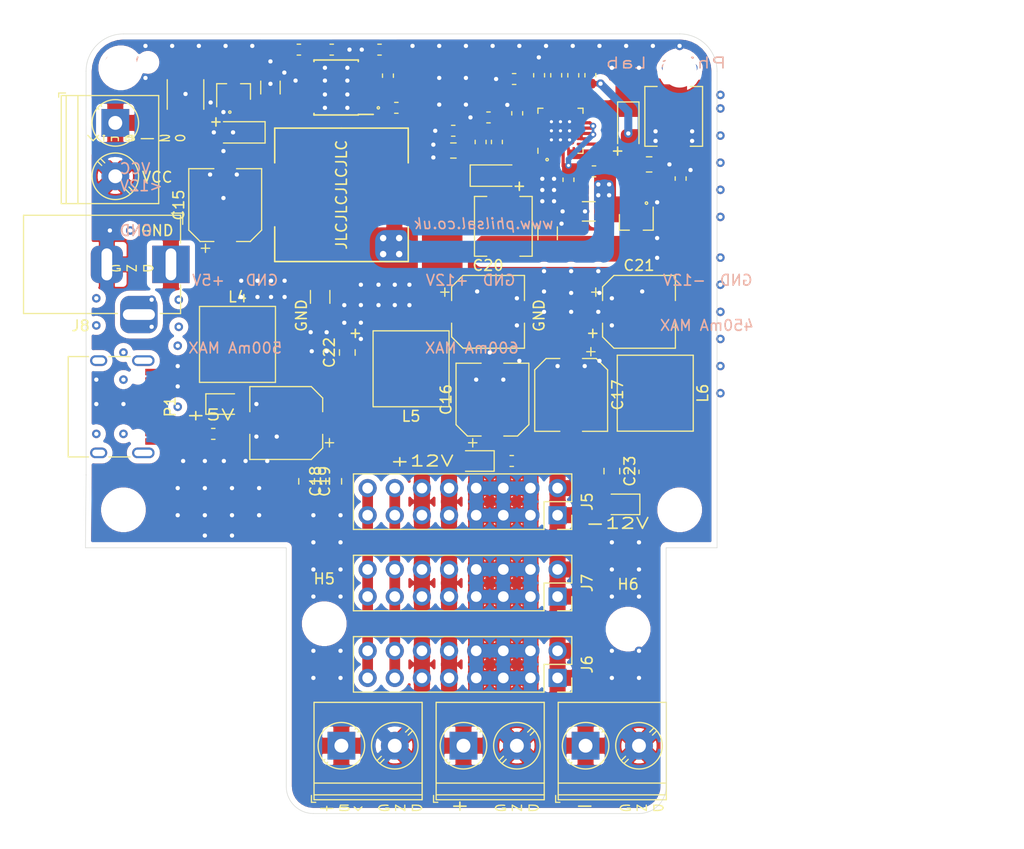
<source format=kicad_pcb>
(kicad_pcb (version 20171130) (host pcbnew "(5.1.9)-1")
  (layers (0 F.Cu signal) (31 B.Cu signal) (34 B.Paste user) (35 F.Paste user) (36 B.SilkS user) (37 F.SilkS user) (38 B.Mask user) (39 F.Mask user) (44 Edge.Cuts user))
  (net 0 "")
  (net 1 "Net-(C1-Pad1)")
  (net 2 GND)
  (net 3 "Net-(C2-Pad2)")
  (net 4 FB)
  (net 5 "Net-(C6-Pad1)")
  (net 6 "Net-(C7-Pad1)")
  (net 7 "Net-(C8-Pad1)")
  (net 8 +12V)
  (net 9 "Net-(C9-Pad2)")
  (net 10 "Net-(C11-Pad1)")
  (net 11 -12V)
  (net 12 "Net-(C12-Pad1)")
  (net 13 "Net-(C13-Pad1)")
  (net 14 "Net-(D3-Pad1)")
  (net 15 VCC)
  (net 16 "Net-(Q2-Pad1)")
  (net 17 "Net-(R1-Pad1)")
  (net 18 "Net-(U2-Pad12)")
  (net 19 "Net-(U2-Pad20)")
  (net 20 "Net-(C2-Pad1)")
  (net 21 "Net-(D2-Pad2)")
  (net 22 +5V)
  (net 23 "Net-(D4-Pad1)")
  (net 24 "Net-(D5-Pad1)")
  (net 25 "Net-(D6-Pad1)")
  (net 26 "Net-(U1-Pad3)")
  (net 27 "Net-(U1-Pad2)")
  (net 28 "Net-(F1-Pad1)")
  (net 29 "Net-(C10-Pad1)")
  (net 30 "Net-(C11-Pad2)")
  (net 31 gate)
  (net 32 cv)
  (net 33 powertosplit)
  (net 34 "Net-(J8-Pad2)")
  (net 35 "Net-(P1-PadA1)")
  (net 36 "Net-(P1-PadA4)")
  (net 37 "Net-(P1-PadA5)")
  (net 38 "Net-(P1-PadA7)")
  (net 39 "Net-(P1-PadA6)")
  (net 40 "Net-(P1-PadS1)")
  (module Connector_USB:USB_C_Receptacle_HRO_TYPE-C-31-M-12 (layer F.Cu) (at 26.67 50.8 270)
    (fp_text reference P1 (at 0 -5.645 90) (layer F.SilkS))
    (fp_text value USB_C_Plug_USB2.0)
    (pad B1 smd rect (at 3.25 -4.045 270) (size 0.6 1.45) (layers F.Cu F.Paste F.Mask) (net 35 "Net-(P1-PadA1)"))
    (pad A9 smd rect (at 2.45 -4.045 270) (size 0.6 1.45) (layers F.Cu F.Paste F.Mask) (net 36 "Net-(P1-PadA4)"))
    (pad B9 smd rect (at -2.45 -4.045 270) (size 0.6 1.45) (layers F.Cu F.Paste F.Mask) (net 36 "Net-(P1-PadA4)"))
    (pad B12 smd rect (at -3.25 -4.045 270) (size 0.6 1.45) (layers F.Cu F.Paste F.Mask) (net 35 "Net-(P1-PadA1)"))
    (pad A1 smd rect (at -3.25 -4.045 270) (size 0.6 1.45) (layers F.Cu F.Paste F.Mask) (net 35 "Net-(P1-PadA1)"))
    (pad A4 smd rect (at -2.45 -4.045 270) (size 0.6 1.45) (layers F.Cu F.Paste F.Mask) (net 36 "Net-(P1-PadA4)"))
    (pad B4 smd rect (at 2.45 -4.045 270) (size 0.6 1.45) (layers F.Cu F.Paste F.Mask) (net 36 "Net-(P1-PadA4)"))
    (pad A12 smd rect (at 3.25 -4.045 270) (size 0.6 1.45) (layers F.Cu F.Paste F.Mask) (net 35 "Net-(P1-PadA1)"))
    (pad B8 smd rect (at -1.75 -4.045 270) (size 0.3 1.45) (layers F.Cu F.Paste F.Mask))
    (pad A5 smd rect (at -1.25 -4.045 270) (size 0.3 1.45) (layers F.Cu F.Paste F.Mask) (net 37 "Net-(P1-PadA5)"))
    (pad B7 smd rect (at -0.75 -4.045 270) (size 0.3 1.45) (layers F.Cu F.Paste F.Mask))
    (pad A7 smd rect (at 0.25 -4.045 270) (size 0.3 1.45) (layers F.Cu F.Paste F.Mask) (net 38 "Net-(P1-PadA7)"))
    (pad B6 smd rect (at 0.75 -4.045 270) (size 0.3 1.45) (layers F.Cu F.Paste F.Mask))
    (pad A8 smd rect (at 1.25 -4.045 270) (size 0.3 1.45) (layers F.Cu F.Paste F.Mask))
    (pad B5 smd rect (at 1.75 -4.045 270) (size 0.3 1.45) (layers F.Cu F.Paste F.Mask) (net 33 powertosplit))
    (pad A6 smd rect (at -0.25 -4.045 270) (size 0.3 1.45) (layers F.Cu F.Paste F.Mask) (net 39 "Net-(P1-PadA6)"))
    (pad S1 thru_hole oval (at 4.32 -3.13 270) (size 1 2.1) (drill oval 0.6 1.7) (layers *.Cu *.Mask) (net 40 "Net-(P1-PadS1)"))
    (pad S1 thru_hole oval (at -4.32 -3.13 270) (size 1 2.1) (drill oval 0.6 1.7) (layers *.Cu *.Mask) (net 40 "Net-(P1-PadS1)"))
    (pad "" np_thru_hole circle (at -2.89 -2.6 270) (size 0.65 0.65) (drill 0.65) (layers *.Cu *.Mask))
    (pad S1 thru_hole oval (at -4.32 1.05 270) (size 1 1.6) (drill oval 0.6 1.2) (layers *.Cu *.Mask) (net 40 "Net-(P1-PadS1)"))
    (pad "" np_thru_hole circle (at 2.89 -2.6 270) (size 0.65 0.65) (drill 0.65) (layers *.Cu *.Mask))
    (pad S1 thru_hole oval (at 4.32 1.05 270) (size 1 1.6) (drill oval 0.6 1.2) (layers *.Cu *.Mask) (net 40 "Net-(P1-PadS1)"))
  )
  (module Connector_BarrelJack:BarrelJack_Horizontal (layer F.Cu) (at 32.385 37.465)
    (fp_text reference J8 (at -8.45 5.75) (layer F.SilkS))
    (fp_text value Barrel_Jack)
    (pad 3 thru_hole roundrect (at -3 4.7) (size 3.5 3.5) (drill oval 3 1) (layers *.Cu *.Mask))
    (pad 2 thru_hole roundrect (at -6 0) (size 3 3.5) (drill oval 1 3) (layers *.Cu *.Mask) (net 2 GND))
    (pad 1 thru_hole rect (at 0 0) (size 3.5 3.5) (drill oval 1 3) (layers *.Cu *.Mask) (net 15 VCC))
  )
  (module BananSchplitSilk:TYS60281R0N-10 (layer F.Cu) (at 77.724 49.53 90)
    (fp_text reference L6 (at 0 4.445 90) (layer F.SilkS))
    (fp_text value "1 uH ")
    (pad 2 smd rect (at -2.032 0 90) (size 2.5 6.2) (layers F.Cu F.Paste F.Mask) (net 11 -12V))
    (pad 1 smd rect (at 2.032 0 90) (size 2.5 6.2) (layers F.Cu F.Paste F.Mask) (net 30 "Net-(C11-Pad2)"))
  )
  (module BananSchplitSilk:TYS60281R0N-10 (layer F.Cu) (at 54.864 47.244)
    (fp_text reference L5 (at 0 4.445) (layer F.SilkS))
    (fp_text value "1 uH ")
    (pad 2 smd rect (at -2.032 0) (size 2.5 6.2) (layers F.Cu F.Paste F.Mask) (net 8 +12V))
    (pad 1 smd rect (at 2.032 0) (size 2.5 6.2) (layers F.Cu F.Paste F.Mask) (net 29 "Net-(C10-Pad1)"))
  )
  (module BananSchplitSilk:TYS60281R0N-10 (layer F.Cu) (at 38.61505 44.95721 180)
    (fp_text reference L4 (at 0 4.445) (layer F.SilkS))
    (fp_text value "1 uH ")
    (pad 2 smd rect (at -2.032 0 180) (size 2.5 6.2) (layers F.Cu F.Paste F.Mask) (net 22 +5V))
    (pad 1 smd rect (at 2.032 0 180) (size 2.5 6.2) (layers F.Cu F.Paste F.Mask) (net 33 powertosplit))
  )
  (module MountingHole:MountingHole_3.2mm_M3 (layer F.Cu) (at 75.184 71.628)
    (fp_text reference H6 (at 0 -4.2) (layer F.SilkS))
    (fp_text value MountingHole)
    (pad 1 np_thru_hole circle (at 0 0) (size 3.2 3.2) (drill 3.2) (layers *.Cu *.Mask))
  )
  (module MountingHole:MountingHole_3.2mm_M3 (layer F.Cu) (at 46.736 71.12)
    (fp_text reference H5 (at 0 -4.2) (layer F.SilkS))
    (fp_text value MountingHole)
    (pad 1 np_thru_hole circle (at 0 0) (size 3.2 3.2) (drill 3.2) (layers *.Cu *.Mask))
  )
  (module Connector_PinSocket_2.54mm:PinSocket_2x08_P2.54mm_Vertical (layer F.Cu) (at 68.58 68.58 270)
    (fp_text reference J7 (at -1.27 -2.77 90) (layer F.SilkS))
    (fp_text value Conn_02x08_Odd_Even)
    (pad 16 thru_hole oval (at -2.54 17.78 270) (size 1.7 1.7) (drill 1) (layers *.Cu *.Mask) (net 31 gate))
    (pad 15 thru_hole oval (at 0 17.78 270) (size 1.7 1.7) (drill 1) (layers *.Cu *.Mask) (net 31 gate))
    (pad 14 thru_hole oval (at -2.54 15.24 270) (size 1.7 1.7) (drill 1) (layers *.Cu *.Mask) (net 32 cv))
    (pad 13 thru_hole oval (at 0 15.24 270) (size 1.7 1.7) (drill 1) (layers *.Cu *.Mask) (net 32 cv))
    (pad 12 thru_hole oval (at -2.54 12.7 270) (size 1.7 1.7) (drill 1) (layers *.Cu *.Mask) (net 22 +5V))
    (pad 11 thru_hole oval (at 0 12.7 270) (size 1.7 1.7) (drill 1) (layers *.Cu *.Mask) (net 22 +5V))
    (pad 10 thru_hole oval (at -2.54 10.16 270) (size 1.7 1.7) (drill 1) (layers *.Cu *.Mask) (net 8 +12V))
    (pad 9 thru_hole oval (at 0 10.16 270) (size 1.7 1.7) (drill 1) (layers *.Cu *.Mask) (net 8 +12V))
    (pad 8 thru_hole oval (at -2.54 7.62 270) (size 1.7 1.7) (drill 1) (layers *.Cu *.Mask) (net 2 GND))
    (pad 7 thru_hole oval (at 0 7.62 270) (size 1.7 1.7) (drill 1) (layers *.Cu *.Mask) (net 2 GND))
    (pad 6 thru_hole oval (at -2.54 5.08 270) (size 1.7 1.7) (drill 1) (layers *.Cu *.Mask) (net 2 GND))
    (pad 5 thru_hole oval (at 0 5.08 270) (size 1.7 1.7) (drill 1) (layers *.Cu *.Mask) (net 2 GND))
    (pad 4 thru_hole oval (at -2.54 2.54 270) (size 1.7 1.7) (drill 1) (layers *.Cu *.Mask) (net 2 GND))
    (pad 3 thru_hole oval (at 0 2.54 270) (size 1.7 1.7) (drill 1) (layers *.Cu *.Mask) (net 2 GND))
    (pad 2 thru_hole oval (at -2.54 0 270) (size 1.7 1.7) (drill 1) (layers *.Cu *.Mask) (net 11 -12V))
    (pad 1 thru_hole rect (at 0 0 270) (size 1.7 1.7) (drill 1) (layers *.Cu *.Mask) (net 11 -12V))
  )
  (module Connector_PinSocket_2.54mm:PinSocket_2x08_P2.54mm_Vertical (layer F.Cu) (at 68.58 76.2 270)
    (fp_text reference J6 (at -1.27 -2.77 90) (layer F.SilkS))
    (fp_text value Conn_02x08_Odd_Even)
    (pad 16 thru_hole oval (at -2.54 17.78 270) (size 1.7 1.7) (drill 1) (layers *.Cu *.Mask) (net 31 gate))
    (pad 15 thru_hole oval (at 0 17.78 270) (size 1.7 1.7) (drill 1) (layers *.Cu *.Mask) (net 31 gate))
    (pad 14 thru_hole oval (at -2.54 15.24 270) (size 1.7 1.7) (drill 1) (layers *.Cu *.Mask) (net 32 cv))
    (pad 13 thru_hole oval (at 0 15.24 270) (size 1.7 1.7) (drill 1) (layers *.Cu *.Mask) (net 32 cv))
    (pad 12 thru_hole oval (at -2.54 12.7 270) (size 1.7 1.7) (drill 1) (layers *.Cu *.Mask) (net 22 +5V))
    (pad 11 thru_hole oval (at 0 12.7 270) (size 1.7 1.7) (drill 1) (layers *.Cu *.Mask) (net 22 +5V))
    (pad 10 thru_hole oval (at -2.54 10.16 270) (size 1.7 1.7) (drill 1) (layers *.Cu *.Mask) (net 8 +12V))
    (pad 9 thru_hole oval (at 0 10.16 270) (size 1.7 1.7) (drill 1) (layers *.Cu *.Mask) (net 8 +12V))
    (pad 8 thru_hole oval (at -2.54 7.62 270) (size 1.7 1.7) (drill 1) (layers *.Cu *.Mask) (net 2 GND))
    (pad 7 thru_hole oval (at 0 7.62 270) (size 1.7 1.7) (drill 1) (layers *.Cu *.Mask) (net 2 GND))
    (pad 6 thru_hole oval (at -2.54 5.08 270) (size 1.7 1.7) (drill 1) (layers *.Cu *.Mask) (net 2 GND))
    (pad 5 thru_hole oval (at 0 5.08 270) (size 1.7 1.7) (drill 1) (layers *.Cu *.Mask) (net 2 GND))
    (pad 4 thru_hole oval (at -2.54 2.54 270) (size 1.7 1.7) (drill 1) (layers *.Cu *.Mask) (net 2 GND))
    (pad 3 thru_hole oval (at 0 2.54 270) (size 1.7 1.7) (drill 1) (layers *.Cu *.Mask) (net 2 GND))
    (pad 2 thru_hole oval (at -2.54 0 270) (size 1.7 1.7) (drill 1) (layers *.Cu *.Mask) (net 11 -12V))
    (pad 1 thru_hole rect (at 0 0 270) (size 1.7 1.7) (drill 1) (layers *.Cu *.Mask) (net 11 -12V))
  )
  (module Connector_PinSocket_2.54mm:PinSocket_2x08_P2.54mm_Vertical (layer F.Cu) (at 68.58 60.96 270)
    (fp_text reference J5 (at -1.27 -2.77 90) (layer F.SilkS))
    (fp_text value Conn_02x08_Odd_Even)
    (pad 16 thru_hole oval (at -2.54 17.78 270) (size 1.7 1.7) (drill 1) (layers *.Cu *.Mask) (net 31 gate))
    (pad 15 thru_hole oval (at 0 17.78 270) (size 1.7 1.7) (drill 1) (layers *.Cu *.Mask) (net 31 gate))
    (pad 14 thru_hole oval (at -2.54 15.24 270) (size 1.7 1.7) (drill 1) (layers *.Cu *.Mask) (net 32 cv))
    (pad 13 thru_hole oval (at 0 15.24 270) (size 1.7 1.7) (drill 1) (layers *.Cu *.Mask) (net 32 cv))
    (pad 12 thru_hole oval (at -2.54 12.7 270) (size 1.7 1.7) (drill 1) (layers *.Cu *.Mask) (net 22 +5V))
    (pad 11 thru_hole oval (at 0 12.7 270) (size 1.7 1.7) (drill 1) (layers *.Cu *.Mask) (net 22 +5V))
    (pad 10 thru_hole oval (at -2.54 10.16 270) (size 1.7 1.7) (drill 1) (layers *.Cu *.Mask) (net 8 +12V))
    (pad 9 thru_hole oval (at 0 10.16 270) (size 1.7 1.7) (drill 1) (layers *.Cu *.Mask) (net 8 +12V))
    (pad 8 thru_hole oval (at -2.54 7.62 270) (size 1.7 1.7) (drill 1) (layers *.Cu *.Mask) (net 2 GND))
    (pad 7 thru_hole oval (at 0 7.62 270) (size 1.7 1.7) (drill 1) (layers *.Cu *.Mask) (net 2 GND))
    (pad 6 thru_hole oval (at -2.54 5.08 270) (size 1.7 1.7) (drill 1) (layers *.Cu *.Mask) (net 2 GND))
    (pad 5 thru_hole oval (at 0 5.08 270) (size 1.7 1.7) (drill 1) (layers *.Cu *.Mask) (net 2 GND))
    (pad 4 thru_hole oval (at -2.54 2.54 270) (size 1.7 1.7) (drill 1) (layers *.Cu *.Mask) (net 2 GND))
    (pad 3 thru_hole oval (at 0 2.54 270) (size 1.7 1.7) (drill 1) (layers *.Cu *.Mask) (net 2 GND))
    (pad 2 thru_hole oval (at -2.54 0 270) (size 1.7 1.7) (drill 1) (layers *.Cu *.Mask) (net 11 -12V))
    (pad 1 thru_hole rect (at 0 0 270) (size 1.7 1.7) (drill 1) (layers *.Cu *.Mask) (net 11 -12V))
  )
  (module Capacitor_SMD:C_0805_2012Metric (layer F.Cu) (at 73.66 56.83 270)
    (fp_text reference C23 (at 0 -1.68 90) (layer F.SilkS))
    (fp_text value 22u)
    (pad 2 smd roundrect (at 0.95 0 270) (size 1 1.45) (layers F.Cu F.Paste F.Mask) (net 2 GND))
    (pad 1 smd roundrect (at -0.95 0 270) (size 1 1.45) (layers F.Cu F.Paste F.Mask) (net 11 -12V))
  )
  (module Capacitor_SMD:C_0805_2012Metric (layer F.Cu) (at 48.895 45.72 90)
    (fp_text reference C22 (at 0 -1.68 90) (layer F.SilkS))
    (fp_text value 22u)
    (pad 2 smd roundrect (at 0.95 0 90) (size 1 1.45) (layers F.Cu F.Paste F.Mask) (net 2 GND))
    (pad 1 smd roundrect (at -0.95 0 90) (size 1 1.45) (layers F.Cu F.Paste F.Mask) (net 8 +12V))
  )
  (module Capacitor_SMD:CP_Elec_6.3x7.7 (layer F.Cu) (at 76.2 41.91)
    (fp_text reference C21 (at 0 -4.35) (layer F.SilkS))
    (fp_text value 220u)
    (pad 2 smd roundrect (at 2.7 0) (size 3.5 1.6) (layers F.Cu F.Paste F.Mask) (roundrect_rratio 0.15625) (net 30 "Net-(C11-Pad2)"))
    (pad 1 smd roundrect (at -2.7 0) (size 3.5 1.6) (layers F.Cu F.Paste F.Mask) (roundrect_rratio 0.15625) (net 2 GND))
  )
  (module Capacitor_SMD:CP_Elec_6.3x7.7 (layer F.Cu) (at 62.07 41.91)
    (fp_text reference C20 (at 0 -4.35) (layer F.SilkS))
    (fp_text value 220u)
    (pad 2 smd roundrect (at 2.7 0) (size 3.5 1.6) (layers F.Cu F.Paste F.Mask) (roundrect_rratio 0.15625) (net 2 GND))
    (pad 1 smd roundrect (at -2.7 0) (size 3.5 1.6) (layers F.Cu F.Paste F.Mask) (roundrect_rratio 0.15625) (net 29 "Net-(C10-Pad1)"))
  )
  (module Capacitor_SMD:C_0805_2012Metric (layer F.Cu) (at 45.085 57.785 270)
    (fp_text reference C19 (at 0 -1.68 90) (layer F.SilkS))
    (fp_text value 22u)
    (pad 2 smd roundrect (at 0.95 0 270) (size 1 1.45) (layers F.Cu F.Paste F.Mask) (net 2 GND))
    (pad 1 smd roundrect (at -0.95 0 270) (size 1 1.45) (layers F.Cu F.Paste F.Mask) (net 22 +5V))
  )
  (module Capacitor_SMD:C_0805_2012Metric (layer F.Cu) (at 47.625 57.785 270)
    (fp_text reference C18 (at -0.006455 1.703568 90) (layer F.SilkS))
    (fp_text value 22u)
    (pad 2 smd roundrect (at 0.95 0 270) (size 1 1.45) (layers F.Cu F.Paste F.Mask) (net 2 GND))
    (pad 1 smd roundrect (at -0.95 0 270) (size 1 1.45) (layers F.Cu F.Paste F.Mask) (net 22 +5V))
  )
  (module Capacitor_SMD:CP_Elec_6.3x7.7 (layer F.Cu) (at 69.85 49.69 270)
    (fp_text reference C17 (at 0 -4.35 90) (layer F.SilkS))
    (fp_text value 220u)
    (pad 2 smd roundrect (at 2.7 0 270) (size 3.5 1.6) (layers F.Cu F.Paste F.Mask) (roundrect_rratio 0.15625) (net 11 -12V))
    (pad 1 smd roundrect (at -2.7 0 270) (size 3.5 1.6) (layers F.Cu F.Paste F.Mask) (roundrect_rratio 0.15625) (net 2 GND))
  )
  (module Capacitor_SMD:CP_Elec_6.3x7.7 (layer F.Cu) (at 62.484 50.132 90)
    (fp_text reference C16 (at 0 -4.35 90) (layer F.SilkS))
    (fp_text value 220u)
    (pad 2 smd roundrect (at 2.7 0 90) (size 3.5 1.6) (layers F.Cu F.Paste F.Mask) (roundrect_rratio 0.15625) (net 2 GND))
    (pad 1 smd roundrect (at -2.7 0 90) (size 3.5 1.6) (layers F.Cu F.Paste F.Mask) (roundrect_rratio 0.15625) (net 8 +12V))
  )
  (module Capacitor_SMD:CP_Elec_6.3x7.7 (layer F.Cu) (at 37.465 31.91 90)
    (fp_text reference C15 (at 0 -4.35 90) (layer F.SilkS))
    (fp_text value 220u)
    (pad 2 smd roundrect (at 2.7 0 90) (size 3.5 1.6) (layers F.Cu F.Paste F.Mask) (roundrect_rratio 0.15625) (net 2 GND))
    (pad 1 smd roundrect (at -2.7 0 90) (size 3.5 1.6) (layers F.Cu F.Paste F.Mask) (roundrect_rratio 0.15625) (net 33 powertosplit))
  )
  (module MountingHole:MountingHole_2.1mm (layer F.Cu) (at 109.982 36.83)
    (fp_text reference REF**)
    (fp_text value MountingHole_1.152mm)
    (pad "" np_thru_hole circle (at 0 0) (size 1.152 1.152) (drill 1.152) (layers *.Cu *.Mask))
  )
  (module MountingHole:MountingHole_2.1mm (layer F.Cu) (at 30.226 18.542)
    (fp_text reference REF**)
    (fp_text value MountingHole_1.152mm)
    (pad "" np_thru_hole circle (at 0 0) (size 1.152 1.152) (drill 1.152) (layers *.Cu *.Mask))
  )
  (module Fuse:Fuse_1812_4532Metric (layer F.Cu) (at 33.75 21.55 270)
    (fp_text reference F1)
    (fp_text value 500mA)
    (pad 2 smd roundrect (at 2.1375 0 270) (size 1.125 3.4) (layers F.Cu F.Paste F.Mask) (roundrect_rratio 0.222222) (net 15 VCC))
    (pad 1 smd roundrect (at -2.1375 0 270) (size 1.125 3.4) (layers F.Cu F.Paste F.Mask) (roundrect_rratio 0.222222) (net 28 "Net-(F1-Pad1)"))
  )
  (module SchmillipKiCADLibrary:SWRB1204S (layer F.Cu) (at 48.35 30.95)
    (fp_text reference L1)
    (fp_text value 47u)
    (pad 2 smd rect (at 4.95 0) (size 2.9 5.4) (layers F.Cu F.Paste F.Mask) (net 33 powertosplit))
    (pad 1 smd rect (at -4.95 0) (size 2.9 5.4) (layers F.Cu F.Paste F.Mask) (net 3 "Net-(C2-Pad2)"))
  )
  (module Capacitor_SMD:CP_Elec_6.3x7.7 (layer F.Cu) (at 43.18 52.324 180)
    (fp_text reference C4)
    (fp_text value 220u)
    (pad 2 smd roundrect (at 2.7 0 180) (size 3.5 1.6) (layers F.Cu F.Paste F.Mask) (roundrect_rratio 0.15625) (net 2 GND))
    (pad 1 smd roundrect (at -2.7 0 180) (size 3.5 1.6) (layers F.Cu F.Paste F.Mask) (roundrect_rratio 0.15625) (net 22 +5V))
  )
  (module Package_SO:TI_SO-PowerPAD-8_ThermalVias (layer F.Cu) (at 47.85 20.895 180)
    (fp_text reference U1)
    (fp_text value TPS5430DDA)
    (pad 9 smd rect (at 0 0 180) (size 2.95 4.5) (layers B.Cu) (net 2 GND))
    (pad 8 smd rect (at 2.7 -1.905 180) (size 1.55 0.6) (layers F.Cu F.Paste F.Mask) (net 3 "Net-(C2-Pad2)"))
    (pad 7 smd rect (at 2.7 -0.635 180) (size 1.55 0.6) (layers F.Cu F.Paste F.Mask) (net 1 "Net-(C1-Pad1)"))
    (pad 6 smd rect (at 2.7 0.635 180) (size 1.55 0.6) (layers F.Cu F.Paste F.Mask) (net 2 GND))
    (pad 5 smd rect (at 2.7 1.905 180) (size 1.55 0.6) (layers F.Cu F.Paste F.Mask) (net 17 "Net-(R1-Pad1)"))
    (pad 4 smd rect (at -2.7 1.905 180) (size 1.55 0.6) (layers F.Cu F.Paste F.Mask) (net 4 FB))
    (pad 3 smd rect (at -2.7 0.635 180) (size 1.55 0.6) (layers F.Cu F.Paste F.Mask) (net 26 "Net-(U1-Pad3)"))
    (pad 2 smd rect (at -2.7 -0.635 180) (size 1.55 0.6) (layers F.Cu F.Paste F.Mask) (net 27 "Net-(U1-Pad2)"))
    (pad 1 smd rect (at -2.7 -1.905 180) (size 1.55 0.6) (layers F.Cu F.Paste F.Mask) (net 20 "Net-(C2-Pad1)"))
    (pad 9 smd rect (at 0 0 180) (size 2.95 4.5) (layers F.Cu) (net 2 GND))
    (pad 9 smd rect (at 0 0 180) (size 2.6 3.1) (layers F.Cu F.Paste F.Mask) (net 2 GND))
  )
  (module MountingHole:MountingHole_3.2mm_M3 (layer F.Cu) (at 80.01 19.304)
    (fp_text reference H4)
    (fp_text value MountingHole)
    (pad 1 np_thru_hole circle (at 0 0) (size 3.2 3.2) (drill 3.2) (layers *.Cu *.Mask))
  )
  (module MountingHole:MountingHole_3.2mm_M3 (layer F.Cu) (at 27.686 19.05)
    (fp_text reference H3)
    (fp_text value MountingHole)
    (pad 1 np_thru_hole circle (at 0 0) (size 3.2 3.2) (drill 3.2) (layers *.Cu *.Mask))
  )
  (module MountingHole:MountingHole_3.2mm_M3 (layer F.Cu) (at 80.01 60.452)
    (fp_text reference H2)
    (fp_text value MountingHole)
    (pad 1 np_thru_hole circle (at 0 0) (size 3.2 3.2) (drill 3.2) (layers *.Cu *.Mask))
  )
  (module MountingHole:MountingHole_3.2mm_M3 (layer F.Cu) (at 27.94 60.452)
    (fp_text reference H1)
    (fp_text value MountingHole)
    (pad 1 np_thru_hole circle (at 0 0) (size 3.2 3.2) (drill 3.2) (layers *.Cu *.Mask))
  )
  (module Resistor_SMD:R_0603_1608Metric (layer F.Cu) (at 75.692 56.896 270)
    (fp_text reference R14)
    (fp_text value 5k1)
    (pad 2 smd roundrect (at 0.7875 0 270) (size 0.875 0.95) (layers F.Cu F.Paste F.Mask) (net 25 "Net-(D6-Pad1)"))
    (pad 1 smd roundrect (at -0.7875 0 270) (size 0.875 0.95) (layers F.Cu F.Paste F.Mask) (net 11 -12V))
  )
  (module Resistor_SMD:R_0603_1608Metric (layer F.Cu) (at 64.2875 55.88 180)
    (fp_text reference R13)
    (fp_text value 4k3)
    (pad 2 smd roundrect (at 0.7875 0 180) (size 0.875 0.95) (layers F.Cu F.Paste F.Mask) (net 24 "Net-(D5-Pad1)"))
    (pad 1 smd roundrect (at -0.7875 0 180) (size 0.875 0.95) (layers F.Cu F.Paste F.Mask) (net 2 GND))
  )
  (module Resistor_SMD:R_0603_1608Metric (layer F.Cu) (at 36.3475 53.34 180)
    (fp_text reference R12)
    (fp_text value 1k5)
    (pad 2 smd roundrect (at 0.7875 0 180) (size 0.875 0.95) (layers F.Cu F.Paste F.Mask) (net 23 "Net-(D4-Pad1)"))
    (pad 1 smd roundrect (at -0.7875 0 180) (size 0.875 0.95) (layers F.Cu F.Paste F.Mask) (net 2 GND))
  )
  (module Resistor_SMD:R_0603_1608Metric (layer F.Cu) (at 44.3625 17.35 180)
    (fp_text reference R1)
    (fp_text value 100k)
    (pad 2 smd roundrect (at 0.7875 0 180) (size 0.875 0.95) (layers F.Cu F.Paste F.Mask) (net 1 "Net-(C1-Pad1)"))
    (pad 1 smd roundrect (at -0.7875 0 180) (size 0.875 0.95) (layers F.Cu F.Paste F.Mask) (net 17 "Net-(R1-Pad1)"))
  )
  (module TerminalBlock_Phoenix:TerminalBlock_Phoenix_PT-1,5-2-5.0-H_1x02_P5.00mm_Horizontal (layer F.Cu) (at 48.34 82.55)
    (fp_text reference J2)
    (fp_text value Screw_Terminal_01x02)
    (pad 2 thru_hole circle (at 5 0) (size 2.6 2.6) (drill 1.3) (layers *.Cu *.Mask) (net 2 GND))
    (pad 1 thru_hole rect (at 0 0) (size 2.6 2.6) (drill 1.3) (layers *.Cu *.Mask) (net 22 +5V))
  )
  (module LED_SMD:LED_0805_2012Metric (layer F.Cu) (at 74.5975 59.944 180)
    (fp_text reference D6)
    (fp_text value YELLOW)
    (pad 2 smd roundrect (at 0.9375 0 180) (size 0.975 1.4) (layers F.Cu F.Paste F.Mask) (net 2 GND))
    (pad 1 smd roundrect (at -0.9375 0 180) (size 0.975 1.4) (layers F.Cu F.Paste F.Mask) (net 25 "Net-(D6-Pad1)"))
  )
  (module LED_SMD:LED_0805_2012Metric (layer F.Cu) (at 60.96 55.88 180)
    (fp_text reference D5)
    (fp_text value GREEN)
    (pad 2 smd roundrect (at 0.9375 0 180) (size 0.975 1.4) (layers F.Cu F.Paste F.Mask) (net 8 +12V))
    (pad 1 smd roundrect (at -0.9375 0 180) (size 0.975 1.4) (layers F.Cu F.Paste F.Mask) (net 24 "Net-(D5-Pad1)"))
  )
  (module LED_SMD:LED_0805_2012Metric (layer F.Cu) (at 37.338 50.546)
    (fp_text reference D4)
    (fp_text value RED)
    (pad 2 smd roundrect (at 0.9375 0) (size 0.975 1.4) (layers F.Cu F.Paste F.Mask) (net 22 +5V))
    (pad 1 smd roundrect (at -0.9375 0) (size 0.975 1.4) (layers F.Cu F.Paste F.Mask) (net 23 "Net-(D4-Pad1)"))
  )
  (module Capacitor_SMD:C_1206_3216Metric (layer F.Cu) (at 41.7 20.9 90)
    (fp_text reference C1)
    (fp_text value 10u)
    (pad 1 smd roundrect (at -1.4 0 90) (size 1.25 1.75) (layers F.Cu F.Paste F.Mask) (roundrect_rratio 0.2) (net 1 "Net-(C1-Pad1)"))
    (pad 2 smd roundrect (at 1.4 0 90) (size 1.25 1.75) (layers F.Cu F.Paste F.Mask) (roundrect_rratio 0.2) (net 2 GND))
  )
  (module Capacitor_SMD:C_0603_1608Metric (layer F.Cu) (at 53.4875 22.8)
    (fp_text reference C2)
    (fp_text value 10n)
    (pad 2 smd roundrect (at 0.7875 0) (size 0.875 0.95) (layers F.Cu F.Paste F.Mask) (net 3 "Net-(C2-Pad2)"))
    (pad 1 smd roundrect (at -0.7875 0) (size 0.875 0.95) (layers F.Cu F.Paste F.Mask) (net 20 "Net-(C2-Pad1)"))
  )
  (module Capacitor_SMD:C_1206_3216Metric (layer F.Cu) (at 46.355 40.51 270)
    (fp_text reference C3)
    (fp_text value 10u)
    (pad 2 smd roundrect (at 1.4 0 270) (size 1.25 1.75) (layers F.Cu F.Paste F.Mask) (roundrect_rratio 0.2) (net 2 GND))
    (pad 1 smd roundrect (at -1.4 0 270) (size 1.25 1.75) (layers F.Cu F.Paste F.Mask) (roundrect_rratio 0.2) (net 33 powertosplit))
  )
  (module Capacitor_SMD:C_1206_3216Metric (layer F.Cu) (at 71.5 32.5 180)
    (fp_text reference C5)
    (fp_text value 10u)
    (pad 1 smd roundrect (at -1.4 0 180) (size 1.25 1.75) (layers F.Cu F.Paste F.Mask) (roundrect_rratio 0.2) (net 33 powertosplit))
    (pad 2 smd roundrect (at 1.4 0 180) (size 1.25 1.75) (layers F.Cu F.Paste F.Mask) (roundrect_rratio 0.2) (net 2 GND))
  )
  (module Capacitor_SMD:C_1206_3216Metric (layer F.Cu) (at 67.65 34.55 90)
    (fp_text reference C6)
    (fp_text value 10u)
    (pad 2 smd roundrect (at 1.4 0 90) (size 1.25 1.75) (layers F.Cu F.Paste F.Mask) (roundrect_rratio 0.2) (net 2 GND))
    (pad 1 smd roundrect (at -1.4 0 90) (size 1.25 1.75) (layers F.Cu F.Paste F.Mask) (roundrect_rratio 0.2) (net 5 "Net-(C6-Pad1)"))
  )
  (module Capacitor_SMD:C_0603_1608Metric (layer F.Cu) (at 69.6 29.5375 270)
    (fp_text reference C7)
    (fp_text value 100n)
    (pad 1 smd roundrect (at -0.7875 0 270) (size 0.875 0.95) (layers F.Cu F.Paste F.Mask) (net 6 "Net-(C7-Pad1)"))
    (pad 2 smd roundrect (at 0.7875 0 270) (size 0.875 0.95) (layers F.Cu F.Paste F.Mask) (net 2 GND))
  )
  (module Capacitor_SMD:C_0603_1608Metric (layer F.Cu) (at 64.8 23.3125 90)
    (fp_text reference C8)
    (fp_text value 10n)
    (pad 1 smd roundrect (at -0.7875 0 90) (size 0.875 0.95) (layers F.Cu F.Paste F.Mask) (net 7 "Net-(C8-Pad1)"))
    (pad 2 smd roundrect (at 0.7875 0 90) (size 0.875 0.95) (layers F.Cu F.Paste F.Mask) (net 2 GND))
  )
  (module Capacitor_SMD:C_0603_1608Metric (layer F.Cu) (at 61.375 26 90)
    (fp_text reference C9)
    (fp_text value 6p8)
    (pad 1 smd roundrect (at -0.7875 0 90) (size 0.875 0.95) (layers F.Cu F.Paste F.Mask) (net 29 "Net-(C10-Pad1)"))
    (pad 2 smd roundrect (at 0.7875 0 90) (size 0.875 0.95) (layers F.Cu F.Paste F.Mask) (net 9 "Net-(C9-Pad2)"))
  )
  (module Capacitor_SMD:C_0805_2012Metric (layer F.Cu) (at 58.825 26.8 180)
    (fp_text reference C10)
    (fp_text value 22u)
    (pad 1 smd roundrect (at -0.9375 0 180) (size 0.975 1.4) (layers F.Cu F.Paste F.Mask) (net 29 "Net-(C10-Pad1)"))
    (pad 2 smd roundrect (at 0.9375 0 180) (size 0.975 1.4) (layers F.Cu F.Paste F.Mask) (net 2 GND))
  )
  (module Capacitor_SMD:C_0603_1608Metric (layer F.Cu) (at 71.65 19.75 270)
    (fp_text reference C11)
    (fp_text value 8p2)
    (pad 1 smd roundrect (at -0.7875 0 270) (size 0.875 0.95) (layers F.Cu F.Paste F.Mask) (net 10 "Net-(C11-Pad1)"))
    (pad 2 smd roundrect (at 0.7875 0 270) (size 0.875 0.95) (layers F.Cu F.Paste F.Mask) (net 30 "Net-(C11-Pad2)"))
  )
  (module Capacitor_SMD:C_0603_1608Metric (layer F.Cu) (at 66.85 19.75 90)
    (fp_text reference C12)
    (fp_text value 220n)
    (pad 2 smd roundrect (at 0.7875 0 90) (size 0.875 0.95) (layers F.Cu F.Paste F.Mask) (net 2 GND))
    (pad 1 smd roundrect (at -0.7875 0 90) (size 0.875 0.95) (layers F.Cu F.Paste F.Mask) (net 12 "Net-(C12-Pad1)"))
  )
  (module Capacitor_SMD:C_0603_1608Metric (layer F.Cu) (at 64.5125 20.1 180)
    (fp_text reference C13)
    (fp_text value 4n7)
    (pad 2 smd roundrect (at 0.7875 0 180) (size 0.875 0.95) (layers F.Cu F.Paste F.Mask) (net 2 GND))
    (pad 1 smd roundrect (at -0.7875 0 180) (size 0.875 0.95) (layers F.Cu F.Paste F.Mask) (net 13 "Net-(C13-Pad1)"))
  )
  (module Capacitor_SMD:C_0805_2012Metric (layer F.Cu) (at 77.15 28.1)
    (fp_text reference C14)
    (fp_text value 22u)
    (pad 2 smd roundrect (at 0.9375 0) (size 0.975 1.4) (layers F.Cu F.Paste F.Mask) (net 2 GND))
    (pad 1 smd roundrect (at -0.9375 0) (size 0.975 1.4) (layers F.Cu F.Paste F.Mask) (net 30 "Net-(C11-Pad2)"))
  )
  (module Diode_SMD:D_SOD-123 (layer F.Cu) (at 62.65 29.15)
    (fp_text reference D2)
    (fp_text value B5819W)
    (pad 2 smd rect (at 1.65 0) (size 0.9 1.2) (layers F.Cu F.Paste F.Mask) (net 21 "Net-(D2-Pad2)"))
    (pad 1 smd rect (at -1.65 0) (size 0.9 1.2) (layers F.Cu F.Paste F.Mask) (net 29 "Net-(C10-Pad1)"))
  )
  (module Diode_SMD:D_SOD-123 (layer F.Cu) (at 38.95 25.1 180)
    (fp_text reference D1)
    (fp_text value B5819W)
    (pad 1 smd rect (at -1.65 0 180) (size 0.9 1.2) (layers F.Cu F.Paste F.Mask) (net 3 "Net-(C2-Pad2)"))
    (pad 2 smd rect (at 1.65 0 180) (size 0.9 1.2) (layers F.Cu F.Paste F.Mask) (net 2 GND))
  )
  (module Diode_SMD:D_SOD-123 (layer F.Cu) (at 75.2 24.5 270)
    (fp_text reference D3)
    (fp_text value B5819W)
    (pad 1 smd rect (at -1.65 0 270) (size 0.9 1.2) (layers F.Cu F.Paste F.Mask) (net 14 "Net-(D3-Pad1)"))
    (pad 2 smd rect (at 1.65 0 270) (size 0.9 1.2) (layers F.Cu F.Paste F.Mask) (net 30 "Net-(C11-Pad2)"))
  )
  (module TerminalBlock_Phoenix:TerminalBlock_Phoenix_PT-1,5-2-5.0-H_1x02_P5.00mm_Horizontal (layer F.Cu) (at 27.178 24.21 270)
    (fp_text reference J1)
    (fp_text value Screw_Terminal_01x02)
    (pad 1 thru_hole rect (at 0 0 270) (size 2.6 2.6) (drill 1.3) (layers *.Cu *.Mask) (net 15 VCC))
    (pad 2 thru_hole circle (at 5 0 270) (size 2.6 2.6) (drill 1.3) (layers *.Cu *.Mask) (net 2 GND))
  )
  (module TerminalBlock_Phoenix:TerminalBlock_Phoenix_PT-1,5-2-5.0-H_1x02_P5.00mm_Horizontal (layer F.Cu) (at 59.77 82.55)
    (fp_text reference J3)
    (fp_text value Screw_Terminal_01x02)
    (pad 2 thru_hole circle (at 5 0) (size 2.6 2.6) (drill 1.3) (layers *.Cu *.Mask) (net 2 GND))
    (pad 1 thru_hole rect (at 0 0) (size 2.6 2.6) (drill 1.3) (layers *.Cu *.Mask) (net 8 +12V))
  )
  (module TerminalBlock_Phoenix:TerminalBlock_Phoenix_PT-1,5-2-5.0-H_1x02_P5.00mm_Horizontal (layer F.Cu) (at 71.2 82.55)
    (fp_text reference J4)
    (fp_text value Screw_Terminal_01x02)
    (pad 1 thru_hole rect (at 0 0) (size 2.6 2.6) (drill 1.3) (layers *.Cu *.Mask) (net 11 -12V))
    (pad 2 thru_hole circle (at 5 0) (size 2.6 2.6) (drill 1.3) (layers *.Cu *.Mask) (net 2 GND))
  )
  (module Inductor_SMD:L_Sunlord_MWSA0518_5.4x5.2mm (layer F.Cu) (at 63.5 33.9 90)
    (fp_text reference L2)
    (fp_text value 10u)
    (pad 1 smd rect (at -2.05 0 90) (size 1.9 2.5) (layers F.Cu F.Paste F.Mask) (net 5 "Net-(C6-Pad1)"))
    (pad 2 smd rect (at 2.05 0 90) (size 1.9 2.5) (layers F.Cu F.Paste F.Mask) (net 21 "Net-(D2-Pad2)"))
  )
  (module Inductor_SMD:L_Sunlord_MWSA0518_5.4x5.2mm (layer F.Cu) (at 79.45 23.6 270)
    (fp_text reference L3)
    (fp_text value 10u)
    (pad 1 smd rect (at -2.05 0 270) (size 1.9 2.5) (layers F.Cu F.Paste F.Mask) (net 14 "Net-(D3-Pad1)"))
    (pad 2 smd rect (at 2.05 0 270) (size 1.9 2.5) (layers F.Cu F.Paste F.Mask) (net 2 GND))
  )
  (module Package_TO_SOT_SMD:SOT-23 (layer F.Cu) (at 38.25 21.3 90)
    (fp_text reference Q1)
    (fp_text value AO3407A)
    (pad 3 smd rect (at 1 0 90) (size 0.9 0.8) (layers F.Cu F.Paste F.Mask) (net 28 "Net-(F1-Pad1)"))
    (pad 2 smd rect (at -1 0.95 90) (size 0.9 0.8) (layers F.Cu F.Paste F.Mask) (net 1 "Net-(C1-Pad1)"))
    (pad 1 smd rect (at -1 -0.95 90) (size 0.9 0.8) (layers F.Cu F.Paste F.Mask) (net 2 GND))
  )
  (module Package_TO_SOT_SMD:SOT-23 (layer F.Cu) (at 75.95 33.5 270)
    (fp_text reference Q2)
    (fp_text value AO3407A)
    (pad 1 smd rect (at -1 -0.95 270) (size 0.9 0.8) (layers F.Cu F.Paste F.Mask) (net 16 "Net-(Q2-Pad1)"))
    (pad 2 smd rect (at -1 0.95 270) (size 0.9 0.8) (layers F.Cu F.Paste F.Mask) (net 33 powertosplit))
    (pad 3 smd rect (at 1 0 270) (size 0.9 0.8) (layers F.Cu F.Paste F.Mask) (net 5 "Net-(C6-Pad1)"))
  )
  (module Resistor_SMD:R_0603_1608Metric (layer F.Cu) (at 47.4375 17.35 180)
    (fp_text reference R2)
    (fp_text value 100k)
    (pad 1 smd roundrect (at -0.7875 0 180) (size 0.875 0.95) (layers F.Cu F.Paste F.Mask) (net 2 GND))
    (pad 2 smd roundrect (at 0.7875 0 180) (size 0.875 0.95) (layers F.Cu F.Paste F.Mask) (net 17 "Net-(R1-Pad1)"))
  )
  (module Resistor_SMD:R_0603_1608Metric (layer F.Cu) (at 52.7 19.7875 270)
    (fp_text reference R3)
    (fp_text value 10k)
    (pad 1 smd roundrect (at -0.7875 0 270) (size 0.875 0.95) (layers F.Cu F.Paste F.Mask) (net 4 FB))
    (pad 2 smd roundrect (at 0.7875 0 270) (size 0.875 0.95) (layers F.Cu F.Paste F.Mask) (net 33 powertosplit))
  )
  (module Resistor_SMD:R_0603_1608Metric (layer F.Cu) (at 51.9125 17.35)
    (fp_text reference R4)
    (fp_text value 3k3)
    (pad 2 smd roundrect (at 0.7875 0) (size 0.875 0.95) (layers F.Cu F.Paste F.Mask) (net 4 FB))
    (pad 1 smd roundrect (at -0.7875 0) (size 0.875 0.95) (layers F.Cu F.Paste F.Mask) (net 2 GND))
  )
  (module Resistor_SMD:R_0603_1608Metric (layer F.Cu) (at 71.9875 28.75)
    (fp_text reference R5)
    (fp_text value 100)
    (pad 2 smd roundrect (at 0.7875 0) (size 0.875 0.95) (layers F.Cu F.Paste F.Mask) (net 33 powertosplit))
    (pad 1 smd roundrect (at -0.7875 0) (size 0.875 0.95) (layers F.Cu F.Paste F.Mask) (net 6 "Net-(C7-Pad1)"))
  )
  (module Resistor_SMD:R_0603_1608Metric (layer F.Cu) (at 62.9 26 270)
    (fp_text reference R6)
    (fp_text value 1M)
    (pad 1 smd roundrect (at -0.7875 0 270) (size 0.875 0.95) (layers F.Cu F.Paste F.Mask) (net 9 "Net-(C9-Pad2)"))
    (pad 2 smd roundrect (at 0.7875 0 270) (size 0.875 0.95) (layers F.Cu F.Paste F.Mask) (net 29 "Net-(C10-Pad1)"))
  )
  (module Resistor_SMD:R_0603_1608Metric (layer F.Cu) (at 62.1125 23.7)
    (fp_text reference R7)
    (fp_text value 110k)
    (pad 2 smd roundrect (at 0.7875 0) (size 0.875 0.95) (layers F.Cu F.Paste F.Mask) (net 9 "Net-(C9-Pad2)"))
    (pad 1 smd roundrect (at -0.7875 0) (size 0.875 0.95) (layers F.Cu F.Paste F.Mask) (net 2 GND))
  )
  (module Resistor_SMD:R_0603_1608Metric (layer F.Cu) (at 68.45 19.75 90)
    (fp_text reference R8)
    (fp_text value 100k)
    (pad 1 smd roundrect (at -0.7875 0 90) (size 0.875 0.95) (layers F.Cu F.Paste F.Mask) (net 10 "Net-(C11-Pad1)"))
    (pad 2 smd roundrect (at 0.7875 0 90) (size 0.875 0.95) (layers F.Cu F.Paste F.Mask) (net 12 "Net-(C12-Pad1)"))
  )
  (module Resistor_SMD:R_0603_1608Metric (layer F.Cu) (at 70.05 19.75 90)
    (fp_text reference R9)
    (fp_text value 1M)
    (pad 2 smd roundrect (at 0.7875 0 90) (size 0.875 0.95) (layers F.Cu F.Paste F.Mask) (net 10 "Net-(C11-Pad1)"))
    (pad 1 smd roundrect (at -0.7875 0 90) (size 0.875 0.95) (layers F.Cu F.Paste F.Mask) (net 30 "Net-(C11-Pad2)"))
  )
  (module Resistor_SMD:R_0603_1608Metric (layer F.Cu) (at 58.8125 24.95)
    (fp_text reference R10)
    (fp_text value 12k)
    (pad 1 smd roundrect (at -0.7875 0) (size 0.875 0.95) (layers F.Cu F.Paste F.Mask) (net 2 GND))
    (pad 2 smd roundrect (at 0.7875 0) (size 0.875 0.95) (layers F.Cu F.Paste F.Mask) (net 29 "Net-(C10-Pad1)"))
  )
  (module Resistor_SMD:R_0603_1608Metric (layer F.Cu) (at 80.1 29.425 270)
    (fp_text reference R11)
    (fp_text value 12k)
    (pad 1 smd roundrect (at -0.7875 0 270) (size 0.875 0.95) (layers F.Cu F.Paste F.Mask) (net 2 GND))
    (pad 2 smd roundrect (at 0.7875 0 270) (size 0.875 0.95) (layers F.Cu F.Paste F.Mask) (net 30 "Net-(C11-Pad2)"))
  )
  (module Package_DFN_QFN:QFN-24-1EP_4x4mm_P0.5mm_EP2.6x2.6mm (layer F.Cu) (at 68.85 24.95 90)
    (fp_text reference U2)
    (fp_text value TPS65131RGER)
    (pad 25 smd roundrect (at 0 0 90) (size 2.6 2.6) (layers F.Cu F.Mask) (roundrect_rratio 0.096154) (net 2 GND))
    (pad 1 smd roundrect (at -1.9375 -1.25 90) (size 0.825 0.25) (layers F.Cu F.Paste F.Mask) (net 21 "Net-(D2-Pad2)"))
    (pad 2 smd roundrect (at -1.9375 -0.75 90) (size 0.825 0.25) (layers F.Cu F.Paste F.Mask) (net 2 GND))
    (pad 3 smd roundrect (at -1.9375 -0.25 90) (size 0.825 0.25) (layers F.Cu F.Paste F.Mask) (net 2 GND))
    (pad 4 smd roundrect (at -1.9375 0.25 90) (size 0.825 0.25) (layers F.Cu F.Paste F.Mask) (net 6 "Net-(C7-Pad1)"))
    (pad 5 smd roundrect (at -1.9375 0.75 90) (size 0.825 0.25) (layers F.Cu F.Paste F.Mask) (net 33 powertosplit))
    (pad 6 smd roundrect (at -1.9375 1.25 90) (size 0.825 0.25) (layers F.Cu F.Paste F.Mask) (net 33 powertosplit))
    (pad 7 smd roundrect (at -1.25 1.9375 90) (size 0.25 0.825) (layers F.Cu F.Paste F.Mask) (net 16 "Net-(Q2-Pad1)"))
    (pad 8 smd roundrect (at -0.75 1.9375 90) (size 0.25 0.825) (layers F.Cu F.Paste F.Mask) (net 6 "Net-(C7-Pad1)"))
    (pad 9 smd roundrect (at -0.25 1.9375 90) (size 0.25 0.825) (layers F.Cu F.Paste F.Mask) (net 6 "Net-(C7-Pad1)"))
    (pad 10 smd roundrect (at 0.25 1.9375 90) (size 0.25 0.825) (layers F.Cu F.Paste F.Mask) (net 6 "Net-(C7-Pad1)"))
    (pad 11 smd roundrect (at 0.75 1.9375 90) (size 0.25 0.825) (layers F.Cu F.Paste F.Mask) (net 6 "Net-(C7-Pad1)"))
    (pad 12 smd roundrect (at 1.25 1.9375 90) (size 0.25 0.825) (layers F.Cu F.Paste F.Mask) (net 18 "Net-(U2-Pad12)"))
    (pad 13 smd roundrect (at 1.9375 1.25 90) (size 0.825 0.25) (layers F.Cu F.Paste F.Mask) (net 14 "Net-(D3-Pad1)"))
    (pad 14 smd roundrect (at 1.9375 0.75 90) (size 0.825 0.25) (layers F.Cu F.Paste F.Mask) (net 14 "Net-(D3-Pad1)"))
    (pad 15 smd roundrect (at 1.9375 0.25 90) (size 0.825 0.25) (layers F.Cu F.Paste F.Mask) (net 30 "Net-(C11-Pad2)"))
    (pad 16 smd roundrect (at 1.9375 -0.25 90) (size 0.825 0.25) (layers F.Cu F.Paste F.Mask) (net 10 "Net-(C11-Pad1)"))
    (pad 17 smd roundrect (at 1.9375 -0.75 90) (size 0.825 0.25) (layers F.Cu F.Paste F.Mask) (net 12 "Net-(C12-Pad1)"))
    (pad 18 smd roundrect (at 1.9375 -1.25 90) (size 0.825 0.25) (layers F.Cu F.Paste F.Mask) (net 13 "Net-(C13-Pad1)"))
    (pad 19 smd roundrect (at 1.25 -1.9375 90) (size 0.25 0.825) (layers F.Cu F.Paste F.Mask) (net 2 GND))
    (pad 20 smd roundrect (at 0.75 -1.9375 90) (size 0.25 0.825) (layers F.Cu F.Paste F.Mask) (net 19 "Net-(U2-Pad20)"))
    (pad 21 smd roundrect (at 0.25 -1.9375 90) (size 0.25 0.825) (layers F.Cu F.Paste F.Mask) (net 7 "Net-(C8-Pad1)"))
    (pad 22 smd roundrect (at -0.25 -1.9375 90) (size 0.25 0.825) (layers F.Cu F.Paste F.Mask) (net 9 "Net-(C9-Pad2)"))
    (pad 23 smd roundrect (at -0.75 -1.9375 90) (size 0.25 0.825) (layers F.Cu F.Paste F.Mask) (net 29 "Net-(C10-Pad1)"))
    (pad 24 smd roundrect (at -1.25 -1.9375 90) (size 0.25 0.825) (layers F.Cu F.Paste F.Mask) (net 21 "Net-(D2-Pad2)"))
  )
  (gr_line (start 24.384 64.008) (end 43.18 64.008) (layer Edge.Cuts) (width 0.05))
  (gr_line (start 83.51 19.375) (end 83.51 64.008) (layer Edge.Cuts) (width 0.05))
  (gr_arc (start 76.2 86.36) (end 76.2 88.9) (angle -90) (layer Edge.Cuts) (width 0.05))
  (gr_arc (start 45.72 86.36) (end 43.18 86.36) (angle -90) (layer Edge.Cuts) (width 0.05))
  (gr_text +12V (at 55.88 55.88) (layer F.SilkS) (effects (font (size 1 1.5))))
  (gr_text "Vin6-20\n" (at 29.21 25.654) (layer F.SilkS) (effects (font (size 0.5 1.5) (thickness 0.125))))
  (gr_text GND (at 28.702 37.846) (layer F.SilkS) (effects (font (size 0.5 1.5) (thickness 0.125))))
  (gr_text +5v (at 48.26 88.392) (layer F.SilkS) (effects (font (size 0.5 1.5) (thickness 0.125))))
  (gr_text GND (at 53.848 88.392) (layer F.SilkS) (effects (font (size 0.5 1.5) (thickness 0.125))))
  (gr_text GND (at 76.454 88.392) (layer F.SilkS) (effects (font (size 0.5 1.5) (thickness 0.125))))
  (gr_text GND (at 64.77 88.392) (layer F.SilkS) (effects (font (size 0.5 1.5) (thickness 0.125))))
  (gr_text - (at 71.12 88.138) (layer F.SilkS) (effects (font (size 1 1.5))))
  (gr_line (start 83.51 64.008) (end 78.74 64.008) (layer Edge.Cuts) (width 0.05))
  (gr_line (start 43.18 64.008) (end 43.18 86.36) (layer Edge.Cuts) (width 0.05))
  (gr_line (start 78.74 64.008) (end 78.74 86.36) (layer Edge.Cuts) (width 0.05))
  (gr_line (start 45.72 88.9) (end 76.2 88.9) (layer Edge.Cuts) (width 0.05))
  (gr_line (start 24.444 57.15) (end 24.384 64.008) (layer Edge.Cuts) (width 0.05))
  (gr_text "Phil's Lab" (at 78.74 18.6) (layer B.SilkS) (effects (font (size 1 1.5)) (justify mirror)))
  (gr_circle (center 37.9 23.2) (end 37.95 23.2) (layer F.SilkS) (width 0.12))
  (gr_circle (center 51.8 22.8) (end 51.8 22.85) (layer F.SilkS) (width 0.12))
  (gr_text "500mA MAX" (at 38.4 45.3) (layer B.SilkS) (effects (font (size 1 1)) (justify mirror)))
  (gr_text "450mA MAX" (at 82.55 43.18) (layer B.SilkS) (effects (font (size 1 1)) (justify mirror)))
  (gr_text "600mA MAX" (at 60.55 45.3) (layer B.SilkS) (effects (font (size 1 1)) (justify mirror)))
  (gr_text GND (at 27.5 34.3) (layer B.SilkS) (effects (font (size 1 1)) (justify right mirror)))
  (gr_text "VCC\n<12V" (at 27.5 29.3) (layer B.SilkS) (effects (font (size 1 1)) (justify right mirror)))
  (gr_text -12V (at 80.45 38.95) (layer B.SilkS) (effects (font (size 1 1)) (justify mirror)))
  (gr_text GND (at 85.3 38.95) (layer B.SilkS) (effects (font (size 1 1)) (justify mirror)))
  (gr_text GND (at 63.1 38.95) (layer B.SilkS) (effects (font (size 1 1)) (justify mirror)))
  (gr_text +12V (at 58.25 38.95) (layer B.SilkS) (effects (font (size 1 1)) (justify mirror)))
  (gr_text +5V (at 35.9 38.95) (layer B.SilkS) (effects (font (size 1 1)) (justify mirror)))
  (gr_text GND (at 40.9 38.95) (layer B.SilkS) (effects (font (size 1 1)) (justify mirror)))
  (gr_text V1.0 (at 27.75 18.6) (layer B.SilkS) (effects (font (size 1 1)) (justify mirror)))
  (gr_circle (center 76.9 31.725) (end 76.925 31.775) (layer F.SilkS) (width 0.12))
  (gr_circle (center 67.6 27.65) (end 67.625 27.7) (layer F.SilkS) (width 0.12))
  (gr_text + (at 36.6 24.05) (layer F.SilkS) (effects (font (size 1 1))))
  (gr_text + (at 65 30.075) (layer F.SilkS) (effects (font (size 1 1))))
  (gr_text + (at 74.2 26.775) (layer F.SilkS) (effects (font (size 1 1))))
  (gr_text + (at 71.875 43.85) (layer F.SilkS) (effects (font (size 1 1))))
  (gr_text + (at 49.65 43.85) (layer F.SilkS) (effects (font (size 1 1))))
  (gr_text www.philsal.co.uk (at 61.7 33.65) (layer B.SilkS) (effects (font (size 1 1) (thickness 0.15) italic) (justify mirror)))
  (gr_text JLCJLCJLCJLC (at 48.35 30.95 90) (layer F.SilkS) (effects (font (size 1 1))))
  (gr_text VCC (at 31.1 29.3) (layer F.SilkS) (effects (font (size 1 1))))
  (gr_text GND (at 31.1 34.3) (layer F.SilkS) (effects (font (size 1 1))))
  (gr_text GND (at 66.85 42.25 90) (layer F.SilkS) (effects (font (size 1 1))))
  (gr_text GND (at 44.6 42.25 90) (layer F.SilkS) (effects (font (size 1 1))))
  (gr_text -12V (at 74.168 61.722) (layer F.SilkS) (effects (font (size 1 1.5))))
  (gr_text + (at 59.436 88.138) (layer F.SilkS) (effects (font (size 1 1.5))))
  (gr_text +5V (at 36.068 51.562) (layer F.SilkS) (effects (font (size 1 1.5))))
  (gr_arc (start 27.94 19.375) (end 27.94 15.875) (angle -90) (layer Edge.Cuts) (width 0.05))
  (gr_arc (start 80.01 19.375) (end 83.51 19.375) (angle -90) (layer Edge.Cuts) (width 0.05))
  (gr_line (start 24.44 19.375) (end 24.444 57.225) (layer Edge.Cuts) (width 0.05))
  (gr_line (start 80.01 15.875) (end 27.94 15.875) (layer Edge.Cuts) (width 0.05))
  (segment (start 42.47 21.53) (end 41.7 22.3) (width 1) (layer F.Cu) (net 1))
  (segment (start 45.15 21.53) (end 42.47 21.53) (width 1) (layer F.Cu) (net 1))
  (segment (start 39.85 21.65) (end 40.5 22.3) (width 0.5) (layer F.Cu) (net 1))
  (segment (start 39.85 18.6) (end 39.85 21.65) (width 0.5) (layer F.Cu) (net 1))
  (segment (start 40.5 22.3) (end 39.2 22.3) (width 1.5) (layer F.Cu) (net 1))
  (segment (start 41.7 22.3) (end 40.5 22.3) (width 1.5) (layer F.Cu) (net 1))
  (segment (start 43.575 17.35) (end 41.1 17.35) (width 0.5) (layer F.Cu) (net 1))
  (segment (start 41.1 17.35) (end 39.85 18.6) (width 0.5) (layer F.Cu) (net 1))
  (via (at 83.82 33.02) (size 0.8) (drill 0.4) (layers F.Cu B.Cu) (net 2))
  (via (at 68.85 24.95) (size 0.6) (drill 0.3) (layers F.Cu B.Cu) (net 2))
  (via (at 68 24.95) (size 0.6) (drill 0.3) (layers F.Cu B.Cu) (net 2))
  (via (at 68 24.1) (size 0.6) (drill 0.3) (layers F.Cu B.Cu) (net 2))
  (via (at 68.85 24.1) (size 0.6) (drill 0.3) (layers F.Cu B.Cu) (net 2))
  (via (at 69.7 24.1) (size 0.6) (drill 0.3) (layers F.Cu B.Cu) (net 2))
  (via (at 69.7 24.95) (size 0.6) (drill 0.3) (layers F.Cu B.Cu) (net 2))
  (via (at 69.7 25.8) (size 0.6) (drill 0.3) (layers F.Cu B.Cu) (net 2))
  (via (at 68.85 25.8) (size 0.6) (drill 0.3) (layers F.Cu B.Cu) (net 2))
  (via (at 68 25.8) (size 0.6) (drill 0.3) (layers F.Cu B.Cu) (net 2))
  (via (at 56.95 26.25) (size 0.8) (drill 0.4) (layers F.Cu B.Cu) (net 2))
  (via (at 57.125 24.95) (size 0.8) (drill 0.4) (layers F.Cu B.Cu) (net 2))
  (via (at 60.425 23.7) (size 0.8) (drill 0.4) (layers F.Cu B.Cu) (net 2))
  (via (at 63.875 22.525) (size 0.8) (drill 0.4) (layers F.Cu B.Cu) (net 2))
  (via (at 62.825 20.1) (size 0.8) (drill 0.4) (layers F.Cu B.Cu) (net 2))
  (via (at 66.825 18.075) (size 0.8) (drill 0.4) (layers F.Cu B.Cu) (net 2))
  (via (at 79.05 28.1) (size 0.8) (drill 0.4) (layers F.Cu B.Cu) (net 2))
  (via (at 81.025 28.625) (size 0.8) (drill 0.4) (layers F.Cu B.Cu) (net 2))
  (via (at 81.175 25.9) (size 0.8) (drill 0.4) (layers F.Cu B.Cu) (net 2))
  (via (at 81.175 25) (size 0.8) (drill 0.4) (layers F.Cu B.Cu) (net 2))
  (via (at 77.75 25) (size 0.8) (drill 0.4) (layers F.Cu B.Cu) (net 2))
  (via (at 77.75 25.9) (size 0.8) (drill 0.4) (layers F.Cu B.Cu) (net 2))
  (via (at 68.95 33.65) (size 0.8) (drill 0.4) (layers F.Cu B.Cu) (net 2))
  (via (at 69.05 32.5) (size 0.8) (drill 0.4) (layers F.Cu B.Cu) (net 2))
  (via (at 53.34 39.37) (size 0.8) (drill 0.4) (layers F.Cu B.Cu) (net 2))
  (via (at 73.66 43.18) (size 0.8) (drill 0.4) (layers F.Cu B.Cu) (net 2))
  (via (at 33.02 45.085) (size 0.8) (drill 0.4) (layers F.Cu B.Cu) (net 0))
  (via (at 62.23 45.72) (size 0.8) (drill 0.4) (layers F.Cu B.Cu) (net 2))
  (via (at 30 17) (size 0.8) (drill 0.4) (layers F.Cu B.Cu) (net 2))
  (via (at 32.5 17) (size 0.8) (drill 0.4) (layers F.Cu B.Cu) (net 2))
  (via (at 35 17) (size 0.8) (drill 0.4) (layers F.Cu B.Cu) (net 2))
  (via (at 37.5 17) (size 0.8) (drill 0.4) (layers F.Cu B.Cu) (net 2))
  (via (at 60 17) (size 0.8) (drill 0.4) (layers F.Cu B.Cu) (net 2))
  (via (at 62.5 17) (size 0.8) (drill 0.4) (layers F.Cu B.Cu) (net 2))
  (via (at 65 17) (size 0.8) (drill 0.4) (layers F.Cu B.Cu) (net 2))
  (via (at 67.5 17) (size 0.8) (drill 0.4) (layers F.Cu B.Cu) (net 2))
  (via (at 70 17) (size 0.8) (drill 0.4) (layers F.Cu B.Cu) (net 2))
  (via (at 72.5 17) (size 0.8) (drill 0.4) (layers F.Cu B.Cu) (net 2))
  (via (at 75 17) (size 0.8) (drill 0.4) (layers F.Cu B.Cu) (net 2))
  (via (at 77.5 17) (size 0.8) (drill 0.4) (layers F.Cu B.Cu) (net 2))
  (via (at 80 17) (size 0.8) (drill 0.4) (layers F.Cu B.Cu) (net 2))
  (via (at 81.28 19.05) (size 0.8) (drill 0.4) (layers F.Cu B.Cu) (net 0))
  (via (at 73.66 19.05) (size 0.8) (drill 0.4) (layers F.Cu B.Cu) (net 2))
  (via (at 76.2 19.05) (size 0.8) (drill 0.4) (layers F.Cu B.Cu) (net 2))
  (via (at 83.82 21.59) (size 0.8) (drill 0.4) (layers F.Cu B.Cu) (net 2))
  (via (at 38.1 58.42) (size 0.8) (drill 0.4) (layers F.Cu B.Cu) (net 2))
  (via (at 39.37 55.88) (size 0.8) (drill 0.4) (layers F.Cu B.Cu) (net 2))
  (via (at 35.56 55.88) (size 0.8) (drill 0.4) (layers F.Cu B.Cu) (net 2))
  (via (at 33.528 55.88) (size 0.8) (drill 0.4) (layers F.Cu B.Cu) (net 2))
  (via (at 40.64 60.96) (size 0.8) (drill 0.4) (layers F.Cu B.Cu) (net 2))
  (via (at 38.1 62.865) (size 0.8) (drill 0.4) (layers F.Cu B.Cu) (net 2))
  (via (at 37.338 55.88) (size 0.8) (drill 0.4) (layers F.Cu B.Cu) (net 2))
  (via (at 35.56 58.42) (size 0.8) (drill 0.4) (layers F.Cu B.Cu) (net 2))
  (via (at 33.02 58.42) (size 0.8) (drill 0.4) (layers F.Cu B.Cu) (net 2))
  (via (at 60.96 48.26) (size 0.8) (drill 0.4) (layers F.Cu B.Cu) (net 2))
  (via (at 50.165 39.37) (size 0.8) (drill 0.4) (layers F.Cu B.Cu) (net 2))
  (via (at 72.5 46.5) (size 0.8) (drill 0.4) (layers F.Cu B.Cu) (net 2))
  (via (at 40.386 53.594) (size 0.8) (drill 0.4) (layers F.Cu B.Cu) (net 2))
  (via (at 69.85 41.91) (size 0.8) (drill 0.4) (layers F.Cu B.Cu) (net 2))
  (via (at 65 46.5) (size 0.8) (drill 0.4) (layers F.Cu B.Cu) (net 2))
  (via (at 50.165 41.275) (size 0.8) (drill 0.4) (layers F.Cu B.Cu) (net 2))
  (via (at 53.34 41.275) (size 0.8) (drill 0.4) (layers F.Cu B.Cu) (net 2))
  (via (at 72.39 38.1) (size 0.8) (drill 0.4) (layers F.Cu B.Cu) (net 2))
  (via (at 41.402 55.88) (size 0.8) (drill 0.4) (layers F.Cu B.Cu) (net 2))
  (via (at 83.82 41.91) (size 0.8) (drill 0.4) (layers F.Cu B.Cu) (net 2))
  (via (at 27.94 45.72) (size 0.8) (drill 0.4) (layers F.Cu B.Cu) (net 0))
  (segment (start 66.9125 23.7) (end 66.2 23.7) (width 0.3) (layer F.Cu) (net 2))
  (segment (start 65.025 22.525) (end 64.8 22.525) (width 0.3) (layer F.Cu) (net 2))
  (segment (start 66.2 23.7) (end 65.025 22.525) (width 0.3) (layer F.Cu) (net 2))
  (via (at 67.15 29.45) (size 0.8) (drill 0.4) (layers F.Cu B.Cu) (net 2))
  (via (at 68.25 29.45) (size 0.8) (drill 0.4) (layers F.Cu B.Cu) (net 2))
  (via (at 67.15 30.5) (size 0.8) (drill 0.4) (layers F.Cu B.Cu) (net 2))
  (via (at 68.25 30.5) (size 0.8) (drill 0.4) (layers F.Cu B.Cu) (net 2))
  (via (at 67.15 31.55) (size 0.8) (drill 0.4) (layers F.Cu B.Cu) (net 2))
  (via (at 68.25 31.55) (size 0.8) (drill 0.4) (layers F.Cu B.Cu) (net 2))
  (via (at 30 20) (size 0.8) (drill 0.4) (layers F.Cu B.Cu) (net 2))
  (via (at 64.77 43.18) (size 0.8) (drill 0.4) (layers F.Cu B.Cu) (net 2))
  (via (at 71.12 46.99) (size 0.8) (drill 0.4) (layers F.Cu B.Cu) (net 2))
  (via (at 68.58 46.99) (size 0.8) (drill 0.4) (layers F.Cu B.Cu) (net 2))
  (via (at 26.67 34.29) (size 0.8) (drill 0.4) (layers F.Cu B.Cu) (net 2))
  (via (at 57.5 20) (size 0.8) (drill 0.4) (layers F.Cu B.Cu) (net 2))
  (via (at 60 20) (size 0.8) (drill 0.4) (layers F.Cu B.Cu) (net 2))
  (via (at 60 22.5) (size 0.8) (drill 0.4) (layers F.Cu B.Cu) (net 2))
  (via (at 57.5 22.5) (size 0.8) (drill 0.4) (layers F.Cu B.Cu) (net 2))
  (via (at 78.74 19.05) (size 0.8) (drill 0.4) (layers F.Cu B.Cu) (net 0))
  (via (at 83.82 27.94) (size 0.8) (drill 0.4) (layers F.Cu B.Cu) (net 2))
  (via (at 67.31 40.005) (size 0.8) (drill 0.4) (layers F.Cu B.Cu) (net 2))
  (via (at 83.82 44.45) (size 0.8) (drill 0.4) (layers F.Cu B.Cu) (net 2))
  (via (at 83.82 36.83) (size 0.8) (drill 0.4) (layers F.Cu B.Cu) (net 2))
  (via (at 83.82 39.37) (size 0.8) (drill 0.4) (layers F.Cu B.Cu) (net 2))
  (via (at 72.39 41.91) (size 0.8) (drill 0.4) (layers F.Cu B.Cu) (net 2))
  (via (at 32.5 37.5) (size 0.8) (drill 0.4) (layers F.Cu B.Cu) (net 15))
  (segment (start 81.0125 28.6375) (end 81.025 28.625) (width 0.5) (layer F.Cu) (net 2))
  (segment (start 80.1 28.6375) (end 81.0125 28.6375) (width 0.5) (layer F.Cu) (net 2))
  (via (at 83.82 22.86) (size 0.8) (drill 0.4) (layers F.Cu B.Cu) (net 2))
  (via (at 83.82 30.48) (size 0.8) (drill 0.4) (layers F.Cu B.Cu) (net 2))
  (via (at 83.82 25.4) (size 0.8) (drill 0.4) (layers F.Cu B.Cu) (net 2))
  (via (at 40 17) (size 0.8) (drill 0.4) (layers F.Cu B.Cu) (net 2))
  (via (at 57.5 17) (size 0.8) (drill 0.4) (layers F.Cu B.Cu) (net 2))
  (via (at 55 17) (size 0.8) (drill 0.4) (layers F.Cu B.Cu) (net 2))
  (via (at 44.05 20.25) (size 0.8) (drill 0.4) (layers F.Cu B.Cu) (net 2))
  (via (at 41.7 20.55) (size 0.8) (drill 0.4) (layers F.Cu B.Cu) (net 2))
  (via (at 41.7 18.45) (size 0.8) (drill 0.4) (layers F.Cu B.Cu) (net 2))
  (via (at 43 19.5) (size 0.8) (drill 0.4) (layers F.Cu B.Cu) (net 2))
  (segment (start 43 19.5) (end 41.7 19.5) (width 0.75) (layer F.Cu) (net 2))
  (segment (start 41.7 18.45) (end 41.7 19.5) (width 0.75) (layer F.Cu) (net 2))
  (segment (start 41.7 19.5) (end 41.7 20.55) (width 0.75) (layer F.Cu) (net 2))
  (segment (start 44.06 20.26) (end 44.05 20.25) (width 0.75) (layer F.Cu) (net 2))
  (segment (start 45.15 20.26) (end 44.06 20.26) (width 0.75) (layer F.Cu) (net 2))
  (segment (start 47.215 20.26) (end 47.85 20.895) (width 0.75) (layer F.Cu) (net 2))
  (segment (start 45.15 20.26) (end 47.215 20.26) (width 0.75) (layer F.Cu) (net 2))
  (via (at 46.8 19.05) (size 0.8) (drill 0.4) (layers F.Cu B.Cu) (net 2))
  (via (at 48.9 19.05) (size 0.8) (drill 0.4) (layers F.Cu B.Cu) (net 2))
  (via (at 46.8 20.25) (size 0.8) (drill 0.4) (layers F.Cu B.Cu) (net 2))
  (via (at 48.9 20.25) (size 0.8) (drill 0.4) (layers F.Cu B.Cu) (net 2))
  (via (at 48.9 21.55) (size 0.8) (drill 0.4) (layers F.Cu B.Cu) (net 2))
  (via (at 46.8 21.55) (size 0.8) (drill 0.4) (layers F.Cu B.Cu) (net 2))
  (via (at 46.8 22.8) (size 0.8) (drill 0.4) (layers F.Cu B.Cu) (net 2))
  (via (at 48.9 22.8) (size 0.8) (drill 0.4) (layers F.Cu B.Cu) (net 2))
  (via (at 49.1 17.35) (size 0.8) (drill 0.4) (layers F.Cu B.Cu) (net 2))
  (via (at 50.25 17.35) (size 0.8) (drill 0.4) (layers F.Cu B.Cu) (net 2))
  (via (at 38.55 29.05) (size 0.8) (drill 0.4) (layers F.Cu B.Cu) (net 2))
  (via (at 36.05 29.05) (size 0.8) (drill 0.4) (layers F.Cu B.Cu) (net 2))
  (via (at 37.3 26.85) (size 0.8) (drill 0.4) (layers F.Cu B.Cu) (net 2))
  (via (at 37.3 31.25) (size 0.8) (drill 0.4) (layers F.Cu B.Cu) (net 2))
  (via (at 36.4 25.1) (size 0.8) (drill 0.4) (layers F.Cu B.Cu) (net 2))
  (via (at 38.2 25.1) (size 0.8) (drill 0.4) (layers F.Cu B.Cu) (net 2))
  (via (at 37.3 23.2) (size 0.8) (drill 0.4) (layers F.Cu B.Cu) (net 2))
  (segment (start 37.3 22.3) (end 37.3 23.2) (width 0.75) (layer F.Cu) (net 2))
  (segment (start 37.3 25.1) (end 36.4 25.1) (width 0.75) (layer F.Cu) (net 2))
  (segment (start 37.3 25.1) (end 38.2 25.1) (width 0.75) (layer F.Cu) (net 2))
  (segment (start 37.3 29.05) (end 37.3 26.85) (width 0.75) (layer F.Cu) (net 2))
  (segment (start 37.3 29.05) (end 36.05 29.05) (width 0.75) (layer F.Cu) (net 2))
  (segment (start 37.3 29.05) (end 38.55 29.05) (width 0.75) (layer F.Cu) (net 2))
  (segment (start 37.3 29.05) (end 37.3 31.25) (width 0.75) (layer F.Cu) (net 2))
  (via (at 56.95 27.45) (size 0.8) (drill 0.4) (layers F.Cu B.Cu) (net 2))
  (via (at 71.15 32.5) (size 0.8) (drill 0.4) (layers F.Cu B.Cu) (net 2))
  (segment (start 71.15 32.5) (end 70.1 32.5) (width 0.75) (layer F.Cu) (net 2))
  (via (at 51.816 39.37) (size 0.8) (drill 0.4) (layers F.Cu B.Cu) (net 2))
  (via (at 73.66 40.64) (size 0.8) (drill 0.4) (layers F.Cu B.Cu) (net 2))
  (via (at 69.85 38.1) (size 0.8) (drill 0.4) (layers F.Cu B.Cu) (net 2))
  (via (at 67.31 38.1) (size 0.8) (drill 0.4) (layers F.Cu B.Cu) (net 2))
  (via (at 61.05 40) (size 0.8) (drill 0.4) (layers F.Cu B.Cu) (net 2))
  (via (at 64.77 40.64) (size 0.8) (drill 0.4) (layers F.Cu B.Cu) (net 2))
  (via (at 76.5 40) (size 0.8) (drill 0.4) (layers F.Cu B.Cu) (net 2))
  (via (at 77.9 36.85) (size 0.8) (drill 0.4) (layers F.Cu B.Cu) (net 2))
  (via (at 77.9 35) (size 0.8) (drill 0.4) (layers F.Cu B.Cu) (net 2))
  (via (at 38.1 60.96) (size 0.8) (drill 0.4) (layers F.Cu B.Cu) (net 2))
  (via (at 25.4 50.546) (size 0.8) (drill 0.4) (layers F.Cu B.Cu) (net 2))
  (via (at 43.025 40.519) (size 0.8) (drill 0.4) (layers F.Cu B.Cu) (net 2))
  (via (at 41.755 40.519) (size 0.8) (drill 0.4) (layers F.Cu B.Cu) (net 2))
  (via (at 40.485 40.519) (size 0.8) (drill 0.4) (layers F.Cu B.Cu) (net 2))
  (via (at 38.961 40.519) (size 0.8) (drill 0.4) (layers F.Cu B.Cu) (net 2))
  (via (at 38.961 38.995) (size 0.8) (drill 0.4) (layers F.Cu B.Cu) (net 2))
  (via (at 40.485 38.995) (size 0.8) (drill 0.4) (layers F.Cu B.Cu) (net 2))
  (via (at 41.755 38.995) (size 0.8) (drill 0.4) (layers F.Cu B.Cu) (net 2))
  (via (at 43.025 38.995) (size 0.8) (drill 0.4) (layers F.Cu B.Cu) (net 2))
  (via (at 45.466 43.815) (size 0.8) (drill 0.4) (layers F.Cu B.Cu) (net 2))
  (via (at 51.816 41.281) (size 0.8) (drill 0.4) (layers F.Cu B.Cu) (net 2))
  (via (at 54.709 39.37) (size 0.8) (drill 0.4) (layers F.Cu B.Cu) (net 2))
  (via (at 54.709 41.281) (size 0.8) (drill 0.4) (layers F.Cu B.Cu) (net 2))
  (via (at 50.165 42.926) (size 0.8) (drill 0.4) (layers F.Cu B.Cu) (net 2))
  (via (at 48.613 41.281) (size 0.8) (drill 0.4) (layers F.Cu B.Cu) (net 2))
  (via (at 48.613 42.932) (size 0.8) (drill 0.4) (layers F.Cu B.Cu) (net 2))
  (via (at 46.962 43.821) (size 0.8) (drill 0.4) (layers F.Cu B.Cu) (net 2))
  (via (at 45.565 45.599) (size 0.8) (drill 0.4) (layers F.Cu B.Cu) (net 2))
  (via (at 46.962 45.599) (size 0.8) (drill 0.4) (layers F.Cu B.Cu) (net 2))
  (via (at 69.85 40.138) (size 0.8) (drill 0.4) (layers F.Cu B.Cu) (net 2))
  (via (at 72.489 40.138) (size 0.8) (drill 0.4) (layers F.Cu B.Cu) (net 2))
  (via (at 33.02 46.99) (size 0.8) (drill 0.4) (layers F.Cu B.Cu) (net 2))
  (via (at 28.575 34.29) (size 0.8) (drill 0.4) (layers F.Cu B.Cu) (net 0))
  (via (at 33.02 60.96) (size 0.8) (drill 0.4) (layers F.Cu B.Cu) (net 2))
  (via (at 25.4 53.34) (size 0.8) (drill 0.4) (layers F.Cu B.Cu) (net 0))
  (via (at 30.579 43.313) (size 0.8) (drill 0.4) (layers F.Cu B.Cu) (net 0))
  (via (at 30.579 40.773) (size 0.8) (drill 0.4) (layers F.Cu B.Cu) (net 0))
  (via (at 33.119 40.773) (size 0.8) (drill 0.4) (layers F.Cu B.Cu) (net 0))
  (via (at 33.119 43.313) (size 0.8) (drill 0.4) (layers F.Cu B.Cu) (net 0))
  (via (at 27.94 53.34) (size 0.8) (drill 0.4) (layers F.Cu B.Cu) (net 0))
  (via (at 35.56 60.96) (size 0.8) (drill 0.4) (layers F.Cu B.Cu) (net 2))
  (via (at 73.66 66.04) (size 0.8) (drill 0.4) (layers F.Cu B.Cu) (net 2))
  (via (at 73.66 68.58) (size 0.8) (drill 0.4) (layers F.Cu B.Cu) (net 2))
  (via (at 73.66 73.66) (size 0.8) (drill 0.4) (layers F.Cu B.Cu) (net 2))
  (via (at 73.66 76.2) (size 0.8) (drill 0.4) (layers F.Cu B.Cu) (net 2))
  (via (at 48.26 66.04) (size 0.8) (drill 0.4) (layers F.Cu B.Cu) (net 2))
  (via (at 48.26 68.58) (size 0.8) (drill 0.4) (layers F.Cu B.Cu) (net 2))
  (via (at 48.26 73.66) (size 0.8) (drill 0.4) (layers F.Cu B.Cu) (net 2))
  (via (at 48.26 76.2) (size 0.8) (drill 0.4) (layers F.Cu B.Cu) (net 2))
  (via (at 48.26 60.96) (size 0.8) (drill 0.4) (layers F.Cu B.Cu) (net 2))
  (via (at 63.5 48.26) (size 0.8) (drill 0.4) (layers F.Cu B.Cu) (net 2))
  (via (at 35.56 62.865) (size 0.8) (drill 0.4) (layers F.Cu B.Cu) (net 2))
  (via (at 67.31 41.91) (size 0.8) (drill 0.4) (layers F.Cu B.Cu) (net 2))
  (via (at 77.9 31.65) (size 0.8) (drill 0.4) (layers F.Cu B.Cu) (net 2))
  (via (at 36.1 22.3) (size 0.8) (drill 0.4) (layers F.Cu B.Cu) (net 2))
  (via (at 33.75 21.5) (size 0.8) (drill 0.4) (layers F.Cu B.Cu) (net 2))
  (via (at 48.26 63.5) (size 0.8) (drill 0.4) (layers F.Cu B.Cu) (net 2))
  (via (at 45.72 60.96) (size 0.8) (drill 0.4) (layers F.Cu B.Cu) (net 2))
  (via (at 45.72 63.5) (size 0.8) (drill 0.4) (layers F.Cu B.Cu) (net 2))
  (via (at 45.72 66.04) (size 0.8) (drill 0.4) (layers F.Cu B.Cu) (net 2))
  (via (at 45.72 68.58) (size 0.8) (drill 0.4) (layers F.Cu B.Cu) (net 2))
  (via (at 45.72 73.66) (size 0.8) (drill 0.4) (layers F.Cu B.Cu) (net 2))
  (via (at 45.72 76.2) (size 0.8) (drill 0.4) (layers F.Cu B.Cu) (net 2))
  (via (at 76.2 76.2) (size 0.8) (drill 0.4) (layers F.Cu B.Cu) (net 2))
  (via (at 76.2 73.66) (size 0.8) (drill 0.4) (layers F.Cu B.Cu) (net 2))
  (via (at 76.2 68.58) (size 0.8) (drill 0.4) (layers F.Cu B.Cu) (net 2))
  (via (at 76.2 66.04) (size 0.8) (drill 0.4) (layers F.Cu B.Cu) (net 2))
  (via (at 76.2 63.5) (size 0.8) (drill 0.4) (layers F.Cu B.Cu) (net 2))
  (via (at 73.66 63.5) (size 0.8) (drill 0.4) (layers F.Cu B.Cu) (net 2))
  (via (at 83.82 46.99) (size 0.8) (drill 0.4) (layers F.Cu B.Cu) (net 2))
  (via (at 83.82 49.53) (size 0.8) (drill 0.4) (layers F.Cu B.Cu) (net 2))
  (via (at 25.4 48.26) (size 0.8) (drill 0.4) (layers F.Cu B.Cu) (net 2))
  (via (at 33.02 48.895) (size 0.8) (drill 0.4) (layers F.Cu B.Cu) (net 2))
  (via (at 25.4 43.18) (size 0.8) (drill 0.4) (layers F.Cu B.Cu) (net 0))
  (via (at 25.4 40.64) (size 0.8) (drill 0.4) (layers F.Cu B.Cu) (net 0))
  (via (at 33.02 50.8) (size 0.8) (drill 0.4) (layers F.Cu B.Cu) (net 34))
  (via (at 27.94 48.26) (size 0.8) (drill 0.4) (layers F.Cu B.Cu) (net 0))
  (via (at 27.94 50.546) (size 0.8) (drill 0.4) (layers F.Cu B.Cu) (net 2))
  (via (at 40.386 50.546) (size 0.8) (drill 0.4) (layers F.Cu B.Cu) (net 2))
  (via (at 40.64 58.42) (size 0.8) (drill 0.4) (layers F.Cu B.Cu) (net 2))
  (via (at 42.291 53.594) (size 0.8) (drill 0.4) (layers F.Cu B.Cu) (net 2))
  (via (at 50.165 44.45) (size 0.8) (drill 0.4) (layers F.Cu B.Cu) (net 2))
  (segment (start 54.275 22.8) (end 54.275 24.225) (width 0.75) (layer F.Cu) (net 3))
  (segment (start 54.275 24.225) (end 53.75 24.75) (width 0.75) (layer F.Cu) (net 3))
  (segment (start 53.75 24.75) (end 46.25 24.75) (width 0.75) (layer F.Cu) (net 3))
  (segment (start 45.15 23.65) (end 45.15 22.8) (width 0.75) (layer F.Cu) (net 3))
  (segment (start 46.25 24.75) (end 45.15 23.65) (width 0.75) (layer F.Cu) (net 3))
  (segment (start 52.69 18.99) (end 52.7 19) (width 0.75) (layer F.Cu) (net 4))
  (segment (start 50.55 18.99) (end 52.69 18.99) (width 0.75) (layer F.Cu) (net 4))
  (segment (start 52.7 19) (end 52.7 17.35) (width 0.75) (layer F.Cu) (net 4))
  (via (at 69.6 28.2) (size 0.6) (drill 0.3) (layers F.Cu B.Cu) (net 6))
  (segment (start 69.1 28.25) (end 69.6 28.75) (width 0.3) (layer F.Cu) (net 6))
  (segment (start 69.1 26.8875) (end 69.1 28.25) (width 0.3) (layer F.Cu) (net 6))
  (segment (start 70.7875 25.7) (end 71.5 25.7) (width 0.3) (layer F.Cu) (net 6))
  (via (at 71.9 25.3) (size 0.6) (drill 0.3) (layers F.Cu B.Cu) (net 6))
  (segment (start 71.5 25.7) (end 71.9 25.3) (width 0.3) (layer F.Cu) (net 6))
  (via (at 71.9 24.5) (size 0.6) (drill 0.3) (layers F.Cu B.Cu) (net 6))
  (segment (start 70.7875 24.2) (end 71.6 24.2) (width 0.3) (layer F.Cu) (net 6))
  (segment (start 71.6 24.2) (end 71.9 24.5) (width 0.3) (layer F.Cu) (net 6))
  (segment (start 71.7 24.7) (end 71.9 24.5) (width 0.3) (layer F.Cu) (net 6))
  (segment (start 70.7875 24.7) (end 71.7 24.7) (width 0.3) (layer F.Cu) (net 6))
  (segment (start 71.8 25.2) (end 71.9 25.3) (width 0.3) (layer F.Cu) (net 6))
  (segment (start 70.7875 25.2) (end 71.8 25.2) (width 0.3) (layer F.Cu) (net 6))
  (segment (start 70.7875 24.2) (end 70.7875 25.7) (width 0.3) (layer F.Cu) (net 6))
  (segment (start 69.6 27.6) (end 71.9 25.3) (width 0.5) (layer B.Cu) (net 6))
  (segment (start 69.6 28.2) (end 69.6 27.6) (width 0.5) (layer B.Cu) (net 6))
  (segment (start 71.9 25.3) (end 71.9 24.5) (width 0.25) (layer B.Cu) (net 6))
  (segment (start 65.4 24.7) (end 64.8 24.1) (width 0.3) (layer F.Cu) (net 7))
  (segment (start 66.9125 24.7) (end 65.4 24.7) (width 0.3) (layer F.Cu) (net 7))
  (segment (start 62.9125 25.2) (end 62.9 25.2125) (width 0.3) (layer F.Cu) (net 9))
  (segment (start 66.9125 25.2) (end 62.9125 25.2) (width 0.3) (layer F.Cu) (net 9))
  (segment (start 62.9 23.7) (end 62.9 25.2125) (width 0.5) (layer F.Cu) (net 9))
  (segment (start 61.375 25.2125) (end 62.9 25.2125) (width 0.5) (layer F.Cu) (net 9))
  (segment (start 68.6 20.6875) (end 68.45 20.5375) (width 0.3) (layer F.Cu) (net 10))
  (segment (start 68.6 23.0125) (end 68.6 20.6875) (width 0.3) (layer F.Cu) (net 10))
  (segment (start 70.05 18.9625) (end 71.65 18.9625) (width 0.5) (layer F.Cu) (net 10))
  (segment (start 68.475 20.5375) (end 70.05 18.9625) (width 0.5) (layer F.Cu) (net 10))
  (segment (start 68.45 20.5375) (end 68.475 20.5375) (width 0.5) (layer F.Cu) (net 10))
  (segment (start 68.1 21.7875) (end 66.85 20.5375) (width 0.3) (layer F.Cu) (net 12))
  (segment (start 68.1 23.0125) (end 68.1 21.7875) (width 0.3) (layer F.Cu) (net 12))
  (segment (start 66.875 20.5375) (end 68.45 18.9625) (width 0.5) (layer F.Cu) (net 12))
  (segment (start 66.85 20.5375) (end 66.875 20.5375) (width 0.5) (layer F.Cu) (net 12))
  (segment (start 67.6 23.0125) (end 67.6 22.3) (width 0.3) (layer F.Cu) (net 13))
  (segment (start 67.6 22.3) (end 66.8 21.5) (width 0.3) (layer F.Cu) (net 13))
  (segment (start 66.8 21.5) (end 66 21.5) (width 0.3) (layer F.Cu) (net 13))
  (segment (start 65.3 20.8) (end 65.3 20.1) (width 0.3) (layer F.Cu) (net 13))
  (segment (start 66 21.5) (end 65.3 20.8) (width 0.3) (layer F.Cu) (net 13))
  (segment (start 70.7875 26.2) (end 73 26.2) (width 0.3) (layer F.Cu) (net 16))
  (segment (start 73 26.2) (end 74.7 27.9) (width 0.3) (layer F.Cu) (net 16))
  (segment (start 74.7 27.9) (end 74.7 29.7) (width 0.3) (layer F.Cu) (net 16))
  (segment (start 76.9 31.9) (end 76.9 32.5) (width 0.3) (layer F.Cu) (net 16))
  (segment (start 74.7 29.7) (end 76.9 31.9) (width 0.3) (layer F.Cu) (net 16))
  (segment (start 45.15 18.99) (end 45.15 17.35) (width 0.75) (layer F.Cu) (net 17))
  (segment (start 45.15 17.35) (end 46.65 17.35) (width 0.75) (layer F.Cu) (net 17))
  (segment (start 52.7 22.8) (end 50.55 22.8) (width 0.75) (layer F.Cu) (net 20))
  (segment (start 39.624 49.516372) (end 39.666639 44.95721) (width 0.25) (layer F.Cu) (net 22))
  (segment (start 39.112258 49.526258) (end 39.624 49.516372) (width 0.25) (layer F.Cu) (net 22))
  (segment (start 38.2755 50.546) (end 39.112258 49.526258) (width 0.25) (layer F.Cu) (net 22))
  (segment (start 35.56 53.34) (end 36.4005 50.546) (width 0.25) (layer F.Cu) (net 23))
  (segment (start 61.8975 55.88) (end 63.5 55.88) (width 0.25) (layer F.Cu) (net 24))
  (segment (start 75.692 57.6835) (end 75.692 59.8655) (width 0.25) (layer F.Cu) (net 25))
  (segment (start 37.3625 19.4125) (end 38.25 20.3) (width 1.5) (layer F.Cu) (net 28))
  (segment (start 33.75 19.4125) (end 37.3625 19.4125) (width 1.5) (layer F.Cu) (net 28))
  (segment (start 69.1 21.4875) (end 70.05 20.5375) (width 0.3) (layer F.Cu) (net 30))
  (segment (start 69.1 23.0125) (end 69.1 21.4875) (width 0.3) (layer F.Cu) (net 30))
  (segment (start 70.05 20.5375) (end 71.65 20.5375) (width 0.5) (layer F.Cu) (net 30))
  (segment (start 71.65 20.5375) (end 71.65 20.5375) (width 0.5) (layer F.Cu) (net 30))
  (via (at 72.6 20.5375) (size 0.8) (drill 0.4) (layers F.Cu B.Cu) (net 30))
  (via (at 75.2 25.2) (size 0.8) (drill 0.4) (layers F.Cu B.Cu) (net 30))
  (segment (start 71.65 20.5375) (end 72.6 20.5375) (width 0.5) (layer F.Cu) (net 30))
  (segment (start 75.2 23.1375) (end 72.6 20.5375) (width 0.75) (layer B.Cu) (net 30))
  (segment (start 75.2 25.2) (end 75.2 23.1375) (width 0.75) (layer B.Cu) (net 30))
  (segment (start 50.8 58.42) (end 50.8 76.2) (width 1) (layer F.Cu) (net 31))
  (segment (start 53.34 58.42) (end 53.34 76.2) (width 1) (layer F.Cu) (net 32))
  (segment (start 53.3 27.95) (end 53.3 30.95) (width 0.75) (layer F.Cu) (net 33))
  (segment (start 55.85 25.4) (end 53.3 27.95) (width 0.75) (layer F.Cu) (net 33))
  (segment (start 55.85 21.15) (end 55.85 25.4) (width 0.75) (layer F.Cu) (net 33))
  (segment (start 52.7 20.575) (end 55.275 20.575) (width 0.75) (layer F.Cu) (net 33))
  (segment (start 55.275 20.575) (end 55.85 21.15) (width 0.75) (layer F.Cu) (net 33))
  (via (at 52.25 35) (size 1) (drill 0.6) (layers F.Cu B.Cu) (net 33))
  (via (at 53.75 35) (size 1) (drill 0.6) (layers F.Cu B.Cu) (net 33))
  (via (at 52.25 36.5) (size 1) (drill 0.6) (layers F.Cu B.Cu) (net 33))
  (via (at 53.75 36.5) (size 1) (drill 0.6) (layers F.Cu B.Cu) (net 33))
  (via (at 72.39 30.988) (size 0.8) (drill 0.4) (layers F.Cu B.Cu) (net 33))
  (via (at 73.406 30.988) (size 0.8) (drill 0.4) (layers F.Cu B.Cu) (net 33))
  (via (at 73.406 29.972) (size 0.8) (drill 0.4) (layers F.Cu B.Cu) (net 33))
  (via (at 72.39 29.972) (size 0.8) (drill 0.4) (layers F.Cu B.Cu) (net 33))
  (zone (net 2) (net_name GND) (layer F.Cu) (priority 1) (connect_pads yes (clearance 0.1)) (min_thickness 0.254) (fill yes (arc_segments 32) (thermal_gap 0.508) (thermal_bridge_width 0.508))
    (polygon (pts (xy 68.7 27.9) (xy 68.7 29.4) (xy 69.2 29.9) (xy 70.3 29.9) (xy 70.8 30.4) (xy 70.8 33.6) (xy 70.3 34.1) (xy 67.2 34.1) (xy 66.7 33.6) (xy 66.7 29.5) (xy 67.2 29) (xy 68 29) (xy 68 25.55) (xy 68.65 25.55)))
  )
  (zone (net 21) (net_name "Net-(D2-Pad2)") (layer F.Cu) (priority 1) (connect_pads yes (clearance 0.1)) (min_thickness 0.254) (fill yes (arc_segments 32) (thermal_gap 0.508) (thermal_bridge_width 0.508))
    (polygon (pts (xy 67.3 26.7) (xy 67.7 26.7) (xy 67.7 28) (xy 67.2 28.5) (xy 66.7 28.5) (xy 66.2 29) (xy 66.2 32.4) (xy 65.7 32.9) (xy 62.75 32.9) (xy 62.2 32.9) (xy 62.2 28.4) (xy 62.7 27.9) (xy 65.5 27.9) (xy 66 27.4) (xy 66 26.55) (xy 66.45 26.05) (xy 67.3 26.05)))
  )
  (zone (net 5) (net_name "Net-(C6-Pad1)") (layer F.Cu) (priority 1) (connect_pads yes (clearance 0.1)) (min_thickness 0.254) (fill yes (arc_segments 32) (thermal_gap 0.508) (thermal_bridge_width 0.508))
    (polygon (pts (xy 77 34.5) (xy 77 36.7) (xy 76.5 37.2) (xy 61.4 37.2) (xy 60.9 36.7) (xy 60.9 35.3) (xy 61.4 34.8) (xy 73.85 34.8) (xy 74.5 34.8) (xy 74.8 34.5) (xy 75.3 34) (xy 76.5 34)))
  )
  (zone (net 29) (net_name "Net-(C10-Pad1)") (layer F.Cu) (priority 1) (connect_pads thru_hole_only (clearance 0.1)) (min_thickness 0.254) (fill yes (arc_segments 32) (thermal_gap 0.35) (thermal_bridge_width 1.5) (smoothing fillet) (radius 0.5))
    (polygon (pts (xy 67.3 25.85) (xy 66.1 25.85) (xy 65.55 26.35) (xy 65.55 26.9) (xy 65 27.4) (xy 62 27.4) (xy 61.5 27.9) (xy 61.5 32.45) (xy 61 32.95) (xy 60.15 32.95) (xy 59.67 33.762514) (xy 59.69 40.64) (xy 62.23 40.64) (xy 62.23 43.18) (xy 59.055 43.18) (xy 58.928 49.784) (xy 55.88 49.784) (xy 55.88 41.91) (xy 55.88 39.37) (xy 55.88 29.21) (xy 57.1 28.3) (xy 58.5 28.3) (xy 59 27.8) (xy 59 24.9) (xy 59.5 24.4) (xy 59.85 24.4) (xy 60.35 24.9) (xy 60.35 25.7) (xy 60.85 26.2) (xy 63.8 26.2) (xy 64.1 25.9) (xy 64.9 25.9) (xy 65.4 25.5) (xy 67.3 25.5)))
  )
  (zone (net 6) (net_name "Net-(C7-Pad1)") (layer F.Cu) (priority 1) (connect_pads yes (clearance 0.1)) (min_thickness 0.254) (fill yes (arc_segments 32) (thermal_gap 0.508) (thermal_bridge_width 0.508))
    (polygon (pts (xy 71.45 29.4) (xy 69.5 29.4) (xy 69 28.9) (xy 69 28) (xy 71.45 28)))
  )
  (zone (net 33) (net_name powertosplit) (layer F.Cu) (priority 1) (connect_pads yes (clearance 0.25)) (min_thickness 0.254) (fill yes (arc_segments 32) (thermal_gap 0.508) (thermal_bridge_width 0.508))
    (polygon (pts (xy 74.05 31.1) (xy 75.2 31.1) (xy 75.7 31.6) (xy 75.7 33) (xy 75.2 33.528) (xy 72 33.5) (xy 72 28.1) (xy 71.55 27.6) (xy 70 27.6) (xy 69.5 27.1) (xy 69.5 26.7) (xy 72.55 26.7) (xy 74.05 28.3)))
  )
  (zone (net 14) (net_name "Net-(D3-Pad1)") (layer F.Cu) (priority 1) (connect_pads yes (clearance 0.35)) (min_thickness 0.254) (fill yes (arc_segments 32) (thermal_gap 0.508) (thermal_bridge_width 0.508) (smoothing fillet) (radius 0.5))
    (polygon (pts (xy 82.3 23.15) (xy 77.25 23.15) (xy 76.65 23.65) (xy 73.15 23.65) (xy 72.8 23.3) (xy 72.35 23.3) (xy 69.5 23.3) (xy 69.5 22.6) (xy 70 22.1) (xy 73.5 22.1) (xy 74 21.6) (xy 74 20.55) (xy 74.5 20.05) (xy 81.8 20.05) (xy 82.3 20.55)))
  )
  (zone (net 30) (net_name "Net-(C11-Pad2)") (layer F.Cu) (priority 1) (connect_pads thru_hole_only (clearance 0.1)) (min_thickness 0.254) (fill yes (arc_segments 32) (thermal_gap 0.35) (thermal_bridge_width 1.5) (smoothing fillet) (radius 0.5))
    (polygon (pts (xy 76.8 29) (xy 77.3 29.5) (xy 81.35 29.5) (xy 81.85 30) (xy 81.85 48.26) (xy 74.422 48.26) (xy 74.422 46.99) (xy 78.742175 44.450002) (xy 78.75 30.75) (xy 76.75 30.75) (xy 75.5 29.5) (xy 75.5 27.25) (xy 74.5 26.75) (xy 74.5 24.8) (xy 76.3 24.8) (xy 76.8 25.3)))
  )
  (zone (net 2) (net_name GND) (layer B.Cu) (connect_pads thru_hole_only (clearance 0.5)) (min_thickness 0.254) (fill yes (arc_segments 32) (thermal_gap 0.5) (thermal_bridge_width 1.25))
    (polygon (pts (xy 92.71 92.202) (xy 18.288 91.948) (xy 19.05 15.24) (xy 91.948 14.986)))
  )
  (zone (net 2) (net_name GND) (layer F.Cu) (connect_pads thru_hole_only (clearance 0.5)) (min_thickness 0.3) (fill yes (arc_segments 32) (thermal_gap 0.35) (thermal_bridge_width 1.5))
    (polygon (pts (xy 91.44 91.44) (xy 16.383 92.1385) (xy 17.653 14.0335) (xy 91.44 12.7)))
  )
  (zone (net 15) (net_name VCC) (layer F.Cu) (priority 1) (connect_pads (clearance 0.5)) (min_thickness 0.254) (fill yes (arc_segments 32) (thermal_gap 0.5) (thermal_bridge_width 1.5) (smoothing fillet) (radius 1))
    (polygon (pts (xy 34.925 27.305) (xy 34.29 27.94) (xy 34.29 40.005) (xy 30.48 40.005) (xy 30.48 27.305) (xy 25.4 27.178) (xy 25.4 21.844) (xy 30.48 21.844) (xy 32.5 22.95) (xy 35 22.95)))
  )
  (zone (net 3) (net_name "Net-(C2-Pad2)") (layer F.Cu) (priority 1) (connect_pads (clearance 0.35)) (min_thickness 0.254) (fill yes (arc_segments 32) (thermal_gap 0.35) (thermal_bridge_width 1.5) (smoothing fillet) (radius 0.5))
    (polygon (pts (xy 45.75 24) (xy 45.75 26.516698) (xy 45.75 34.5) (xy 41 34.5) (xy 41 26) (xy 40 26) (xy 40 24) (xy 43.5 24) (xy 43.5 22.25) (xy 45.75 22.25)))
  )
  (zone (net 33) (net_name powertosplit) (layer F.Cu) (priority 3) (connect_pads (clearance 0.35)) (min_thickness 0.254) (fill yes (arc_segments 32) (thermal_gap 0.35) (thermal_bridge_width 1.5) (smoothing fillet) (radius 0.5))
    (polygon (pts (xy 48.5 38.25) (xy 48.5 40.005) (xy 44.45 40.005) (xy 44.45 38.25) (xy 37.5 38.25) (xy 37.5 46.99) (xy 34.925 46.99) (xy 34.925 32.385) (xy 40.25 32.5) (xy 40.25 35.25) (xy 51 35.25) (xy 51 27.25) (xy 55.5 27.25) (xy 55.5 38.25)))
  )
  (zone (net 33) (net_name powertosplit) (layer B.Cu) (priority 1) (connect_pads (clearance 0.5)) (min_thickness 0.254) (fill yes (arc_segments 32) (thermal_gap 0.5) (thermal_bridge_width 1.5) (smoothing fillet) (radius 1))
    (polygon (pts (xy 73.85 37.3) (xy 51.5 37.3) (xy 51.5 34.25) (xy 54.5 34.25) (xy 54.5 35.25) (xy 72 35.25) (xy 72 29.5) (xy 73.914 29.5)))
  )
  (zone (net 11) (net_name -12V) (layer F.Cu) (priority 3) (connect_pads (clearance 0.5)) (min_thickness 0.254) (fill yes (arc_segments 32) (thermal_gap 0.5) (thermal_bridge_width 1.5) (smoothing fillet) (radius 1))
    (polygon (pts (xy 81.28 52.07) (xy 78.105 56.515) (xy 72.39 56.515) (xy 72.39 60.325) (xy 72.39 78.74) (xy 73.66 80.01) (xy 73.66 86.36) (xy 67.31 86.36) (xy 67.31 57.15) (xy 67.31 55.245) (xy 67.31 49.53) (xy 81.28 49.53)))
  )
  (zone (net 8) (net_name +12V) (layer F.Cu) (priority 3) (connect_pads (clearance 0.5)) (min_thickness 0.254) (fill yes (arc_segments 32) (thermal_gap 0.5) (thermal_bridge_width 1.5) (smoothing fillet) (radius 1))
    (polygon (pts (xy 55.88 48.26) (xy 58.42 50.8) (xy 63.246 50.8) (xy 63.5 55.245) (xy 60.96 55.245) (xy 59.69 57.15) (xy 59.69 78.74) (xy 62.23 81.28) (xy 62.23 86.36) (xy 57.15 86.36) (xy 57.15 57.15) (xy 50.165 50.8) (xy 47.752 48.768) (xy 47.625 45.72) (xy 55.88 45.72)))
  )
  (zone (net 22) (net_name +5V) (layer F.Cu) (priority 5) (connect_pads (clearance 0.5)) (min_thickness 0.254) (fill yes (arc_segments 32) (thermal_gap 0.5) (thermal_bridge_width 1.5) (smoothing fillet) (radius 1))
    (polygon (pts (xy 44.45 45.72) (xy 57.15 57.15) (xy 57.15 78.74) (xy 52.07 81.28) (xy 52.07 84.836) (xy 45.974 84.836) (xy 45.72 78.74) (xy 54.61 77.216) (xy 54.61 57.785) (xy 53.34 56.515) (xy 48.895 56.515) (xy 48.895 57.785) (xy 43.97375 57.785) (xy 43.815 49.53) (xy 39.37 49.53) (xy 39.37 42.545) (xy 44.45 42.545)))
  )
)
</source>
